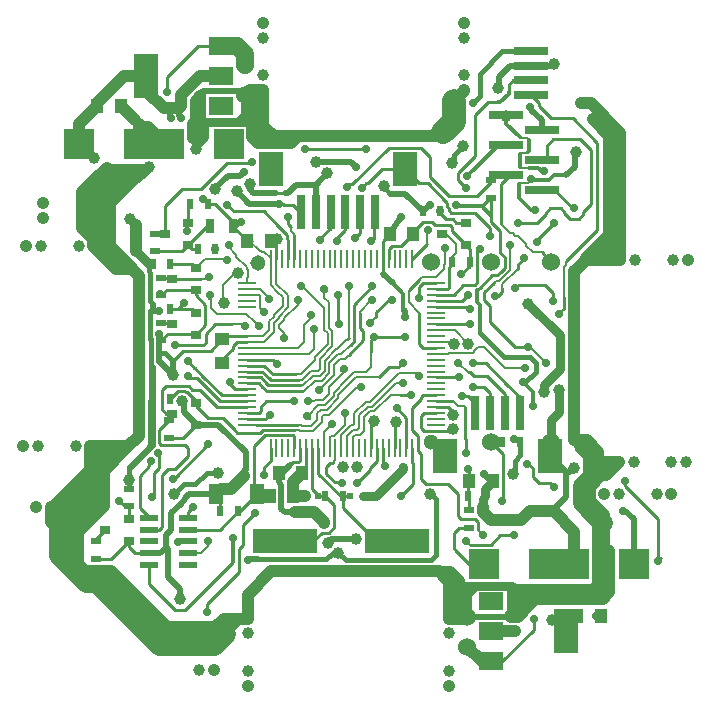
<source format=gtl>
G04 #@! TF.FileFunction,Copper,L1,Top,Signal*
%FSLAX46Y46*%
G04 Gerber Fmt 4.6, Leading zero omitted, Abs format (unit mm)*
G04 Created by KiCad (PCBNEW 4.0.7) date 02/03/18 21:52:34*
%MOMM*%
%LPD*%
G01*
G04 APERTURE LIST*
%ADD10C,0.100000*%
%ADD11R,1.500000X0.290000*%
%ADD12R,0.290000X1.500000*%
%ADD13R,2.000000X3.800000*%
%ADD14R,2.000000X1.500000*%
%ADD15R,2.550000X2.500000*%
%ADD16R,1.000000X1.250000*%
%ADD17C,1.060000*%
%ADD18C,1.006000*%
%ADD19R,0.800000X3.000000*%
%ADD20R,2.100000X3.000000*%
%ADD21C,1.300000*%
%ADD22C,1.524000*%
%ADD23R,3.000000X0.800000*%
%ADD24R,0.600000X0.500000*%
%ADD25R,1.500000X0.500000*%
%ADD26R,0.900000X0.800000*%
%ADD27R,0.500000X0.900000*%
%ADD28R,0.900000X0.500000*%
%ADD29R,0.700000X1.300000*%
%ADD30R,1.250000X1.000000*%
%ADD31R,1.300000X1.700000*%
%ADD32R,5.500000X2.000000*%
%ADD33C,1.306000*%
%ADD34C,1.000000*%
%ADD35R,3.000000X0.650000*%
%ADD36C,0.706000*%
%ADD37C,1.000000*%
%ADD38C,2.000000*%
%ADD39C,0.750000*%
%ADD40C,0.250000*%
%ADD41C,1.500000*%
%ADD42C,0.500000*%
%ADD43C,0.300000*%
%ADD44C,0.203000*%
%ADD45C,0.400000*%
G04 APERTURE END LIST*
D10*
D11*
X34610000Y-38250000D03*
X34610000Y-38750000D03*
X34610000Y-39250000D03*
X34610000Y-39750000D03*
X34610000Y-40250000D03*
X34610000Y-42750000D03*
X34610000Y-43250000D03*
X34610000Y-43750000D03*
X34610000Y-44250000D03*
X34610000Y-44750000D03*
X34610000Y-45250000D03*
X34610000Y-45750000D03*
X34610000Y-46250000D03*
X34610000Y-46750000D03*
X34610000Y-47250000D03*
X34610000Y-47750000D03*
X34610000Y-48250000D03*
X34610000Y-48750000D03*
X34610000Y-49250000D03*
X34610000Y-49750000D03*
X34610000Y-50250000D03*
D12*
X36610000Y-52250000D03*
X37110000Y-52250000D03*
X37610000Y-52250000D03*
X38110000Y-52250000D03*
X38610000Y-52250000D03*
X39110000Y-52250000D03*
X39610000Y-52250000D03*
X40110000Y-52250000D03*
X40610000Y-52250000D03*
X41110000Y-52250000D03*
X41610000Y-52250000D03*
X42110000Y-52250000D03*
X42610000Y-52250000D03*
X43110000Y-52250000D03*
X43610000Y-52250000D03*
X44110000Y-52250000D03*
X44610000Y-52250000D03*
X45110000Y-52250000D03*
X45610000Y-52250000D03*
X46110000Y-52250000D03*
X46610000Y-52250000D03*
X47110000Y-52250000D03*
X47610000Y-52250000D03*
X48110000Y-52250000D03*
X48610000Y-52250000D03*
D11*
X50610000Y-50250000D03*
X50610000Y-49750000D03*
X50610000Y-49250000D03*
X50610000Y-48750000D03*
X50610000Y-48250000D03*
X50610000Y-47750000D03*
X50610000Y-47250000D03*
X50610000Y-46750000D03*
X50610000Y-46250000D03*
X50610000Y-45750000D03*
X50610000Y-45250000D03*
X50610000Y-44750000D03*
X50610000Y-44250000D03*
X50610000Y-43750000D03*
X50610000Y-43250000D03*
X50610000Y-42750000D03*
X50610000Y-42250000D03*
X50610000Y-41750000D03*
X50610000Y-41250000D03*
X50610000Y-40750000D03*
X50610000Y-40250000D03*
X50610000Y-39750000D03*
X50610000Y-39250000D03*
X50610000Y-38750000D03*
X50610000Y-38250000D03*
D12*
X48610000Y-36250000D03*
X48110000Y-36250000D03*
X47610000Y-36250000D03*
X47110000Y-36250000D03*
X46610000Y-36250000D03*
X46110000Y-36250000D03*
X45610000Y-36250000D03*
X45110000Y-36250000D03*
X44610000Y-36250000D03*
X44110000Y-36250000D03*
X43610000Y-36250000D03*
X43110000Y-36250000D03*
X42610000Y-36250000D03*
X42110000Y-36250000D03*
X41610000Y-36250000D03*
X41110000Y-36250000D03*
X40610000Y-36250000D03*
X40110000Y-36250000D03*
X39610000Y-36250000D03*
X39110000Y-36250000D03*
X38610000Y-36250000D03*
X38110000Y-36250000D03*
X37610000Y-36250000D03*
X37110000Y-36250000D03*
X36610000Y-36250000D03*
D13*
X61660000Y-67745000D03*
D14*
X55310000Y-67745000D03*
X55310000Y-65205000D03*
X55310000Y-70285000D03*
D15*
X54690000Y-62030000D03*
X59740000Y-62030000D03*
X67360000Y-62030000D03*
X62310000Y-62030000D03*
D16*
X62565000Y-66475000D03*
X64565000Y-66475000D03*
D17*
X64882500Y-56140100D03*
D18*
X66132500Y-56140100D03*
X69297020Y-56084220D03*
D17*
X70547020Y-56084220D03*
D19*
X57700000Y-49260000D03*
X56450000Y-49260000D03*
X55200000Y-49260000D03*
D20*
X60250000Y-52860000D03*
X51400000Y-52860000D03*
D19*
X53950000Y-49260000D03*
D21*
X50240000Y-51740000D03*
D22*
X55320000Y-51740000D03*
X60400000Y-51740000D03*
X60400000Y-36500000D03*
X55320000Y-36500000D03*
X50240000Y-36500000D03*
D18*
X67486000Y-36290000D03*
D17*
X66236000Y-36290000D03*
D23*
X58672960Y-22355200D03*
X58672960Y-21105200D03*
X58672960Y-19855200D03*
X58672960Y-18605200D03*
D17*
X35990000Y-16224000D03*
D18*
X35990000Y-17474000D03*
D24*
X39520000Y-56315000D03*
X40620000Y-56315000D03*
X44430000Y-56315000D03*
X43330000Y-56315000D03*
D13*
X26100000Y-20755000D03*
D14*
X32450000Y-20755000D03*
X32450000Y-23295000D03*
X32450000Y-18215000D03*
D25*
X29655000Y-62125000D03*
X26355000Y-62125000D03*
X29655000Y-61125000D03*
X26355000Y-61125000D03*
X29655000Y-60125000D03*
X26355000Y-60125000D03*
X29655000Y-59125000D03*
X26355000Y-59125000D03*
X29655000Y-58125000D03*
X26355000Y-58125000D03*
D26*
X30275000Y-38850000D03*
X30275000Y-36950000D03*
X28275000Y-37900000D03*
X53135000Y-35040000D03*
X53135000Y-33140000D03*
X51135000Y-34090000D03*
X29640000Y-35040000D03*
X29640000Y-33140000D03*
X27640000Y-34090000D03*
X30275000Y-42660000D03*
X30275000Y-40760000D03*
X28275000Y-41710000D03*
X30275000Y-50280000D03*
X30275000Y-48380000D03*
X28275000Y-49330000D03*
X24600000Y-60100000D03*
X24600000Y-58200000D03*
X22600000Y-59150000D03*
D27*
X32335000Y-57585000D03*
X33835000Y-57585000D03*
X57750000Y-51730000D03*
X56250000Y-51730000D03*
D28*
X55310000Y-31030000D03*
X55310000Y-29530000D03*
D27*
X41225000Y-56315000D03*
X42725000Y-56315000D03*
X28120000Y-36630000D03*
X26620000Y-36630000D03*
X50980000Y-32185000D03*
X49480000Y-32185000D03*
X29795000Y-31550000D03*
X31295000Y-31550000D03*
D28*
X27370000Y-37785000D03*
X27370000Y-39285000D03*
D29*
X33400000Y-33455000D03*
X31500000Y-33455000D03*
D27*
X51959040Y-36436960D03*
X53459040Y-36436960D03*
X28120000Y-40440000D03*
X26620000Y-40440000D03*
D28*
X26800000Y-34075000D03*
X26800000Y-35575000D03*
D27*
X31930000Y-35360000D03*
X30430000Y-35360000D03*
D28*
X27370000Y-41595000D03*
X27370000Y-43095000D03*
D27*
X28120000Y-48060000D03*
X26620000Y-48060000D03*
D28*
X28050000Y-49860000D03*
X28050000Y-51360000D03*
X24630000Y-57170000D03*
X24630000Y-55670000D03*
X21810000Y-60110000D03*
X21810000Y-61610000D03*
D15*
X33070000Y-26470000D03*
X28020000Y-26470000D03*
D16*
X36530000Y-56315000D03*
X38530000Y-56315000D03*
D15*
X20400000Y-26470000D03*
X25450000Y-26470000D03*
D16*
X21925000Y-23295000D03*
X23925000Y-23295000D03*
D30*
X32475000Y-43025000D03*
X32475000Y-45025000D03*
D16*
X37300000Y-54350000D03*
X39300000Y-54350000D03*
X48690000Y-34090000D03*
X46690000Y-34090000D03*
X34625000Y-34660000D03*
X36625000Y-34660000D03*
X53450000Y-55050000D03*
X55450000Y-55050000D03*
D31*
X35470000Y-56100000D03*
X31970000Y-56100000D03*
D17*
X15670000Y-52038000D03*
D18*
X16920000Y-52038000D03*
X20115000Y-52038000D03*
D17*
X21365000Y-52038000D03*
X51738000Y-72358000D03*
D18*
X51738000Y-71108000D03*
X51738000Y-67913000D03*
D17*
X51738000Y-66663000D03*
X34720000Y-72358000D03*
D18*
X34720000Y-71108000D03*
X34720000Y-67913000D03*
D17*
X34720000Y-66663000D03*
X53008000Y-16224000D03*
D18*
X53008000Y-17474000D03*
X53008000Y-20669000D03*
D17*
X53008000Y-21919000D03*
X71931000Y-36290000D03*
D18*
X70681000Y-36290000D03*
X67359000Y-53435000D03*
X66109000Y-53435000D03*
X35990000Y-20669000D03*
D17*
X35990000Y-21919000D03*
X15924000Y-35147000D03*
D18*
X17174000Y-35147000D03*
X20369000Y-35147000D03*
D17*
X21619000Y-35147000D03*
D28*
X53405000Y-58970000D03*
X53405000Y-57470000D03*
D27*
X53290000Y-56315000D03*
X54790000Y-56315000D03*
D19*
X41700000Y-32240000D03*
X40450000Y-32240000D03*
X39200000Y-32240000D03*
X42950000Y-32240000D03*
X44200000Y-32240000D03*
D20*
X36650000Y-28640000D03*
X48000000Y-28640000D03*
D19*
X45450000Y-32240000D03*
D32*
X47360000Y-60125000D03*
X37860000Y-60125000D03*
D18*
X18024580Y-57242460D03*
D17*
X16774580Y-57242460D03*
D18*
X71804000Y-53435000D03*
X70554000Y-53435000D03*
D22*
X53262000Y-69056000D03*
X53262000Y-66516000D03*
X34453300Y-19792700D03*
X34453300Y-22332700D03*
D33*
X35570900Y-36582100D03*
D17*
X17371800Y-32734000D03*
X17371800Y-31484000D03*
X31800000Y-71000000D03*
D18*
X30550000Y-71000000D03*
X43960520Y-53800760D03*
X42710520Y-53800760D03*
X53363600Y-43376600D03*
X52113600Y-43376600D03*
D34*
X52098680Y-50641000D03*
X52098680Y-49391000D03*
D35*
X56577840Y-24042120D03*
X56577840Y-26582120D03*
X56577840Y-29122120D03*
X59577840Y-25312120D03*
X59577840Y-27852120D03*
X59577840Y-30392120D03*
D18*
X30262300Y-26942800D03*
X26287200Y-28441400D03*
X30015920Y-25967440D03*
D34*
X62865740Y-23028660D03*
X63871580Y-24400260D03*
D36*
X58606160Y-23341080D03*
D34*
X62449940Y-27145640D03*
D36*
X58667120Y-29447240D03*
D34*
X40490000Y-27970000D03*
D36*
X43884320Y-28461720D03*
D34*
X33880000Y-37370000D03*
X32632120Y-39975540D03*
X55895980Y-21751040D03*
D36*
X58989700Y-32030420D03*
D34*
X61030000Y-47310000D03*
D18*
X26275900Y-25075900D03*
D34*
X62317100Y-53930300D03*
D18*
X32383200Y-23247100D03*
D36*
X54800000Y-65300000D03*
D34*
X60642730Y-19727570D03*
D36*
X48020200Y-41105480D03*
X64200000Y-66475000D03*
X39100000Y-56300000D03*
X31320000Y-51910000D03*
X28350000Y-54820000D03*
X47680000Y-32670000D03*
X47825000Y-53800000D03*
X37350000Y-31525000D03*
D34*
X37200000Y-34550000D03*
D36*
X28800000Y-60150000D03*
X31930000Y-35360000D03*
D34*
X33740000Y-30480000D03*
D36*
X54660000Y-54440000D03*
D34*
X60480680Y-66754760D03*
D36*
X30894760Y-31123640D03*
X27180000Y-42570000D03*
D34*
X56524120Y-24112880D03*
D36*
X53719200Y-22995640D03*
D34*
X41410000Y-28970000D03*
X29114220Y-48263560D03*
X28342060Y-46051220D03*
D36*
X34070000Y-33050000D03*
D34*
X34864780Y-29846020D03*
X52929260Y-26648160D03*
X51971680Y-28080720D03*
D36*
X52740000Y-37490000D03*
D34*
X59772020Y-47499020D03*
X57275000Y-67750000D03*
D36*
X66482700Y-57537100D03*
D34*
X58423280Y-39998400D03*
D18*
X28975000Y-65000000D03*
D36*
X59800000Y-28800000D03*
D34*
X61175000Y-67750000D03*
D36*
X37300000Y-54350000D03*
D18*
X41120000Y-58530000D03*
X38660000Y-57660000D03*
D34*
X43860000Y-59960000D03*
D18*
X41440000Y-60240000D03*
D36*
X27280000Y-39220000D03*
D34*
X34375000Y-54575000D03*
D36*
X53135000Y-35040000D03*
X33425000Y-59825000D03*
X36508920Y-39611960D03*
X31317160Y-60071660D03*
X36072040Y-40747340D03*
X46305000Y-53775000D03*
X33094400Y-34992060D03*
X33150000Y-46620000D03*
X53520000Y-41710000D03*
X26450000Y-53290000D03*
X28275000Y-41710000D03*
X29600000Y-44880000D03*
X22600000Y-59150000D03*
X30050000Y-57250000D03*
X29600000Y-46120000D03*
X38570000Y-48270000D03*
X31420000Y-37710000D03*
X36075000Y-54500000D03*
X35300000Y-57750000D03*
X31250000Y-66125000D03*
X52576200Y-46221400D03*
X43122320Y-30158440D03*
X39731420Y-49498000D03*
X45360060Y-42845740D03*
D18*
X45340000Y-49940000D03*
D36*
X48025000Y-42850000D03*
X44341520Y-30178760D03*
X55190000Y-34283400D03*
X57588210Y-33191790D03*
X56909440Y-34999680D03*
X39820320Y-48255940D03*
X42818280Y-45489520D03*
X43920000Y-55160000D03*
X59907400Y-44984060D03*
X57224400Y-59581800D03*
X53135000Y-60077100D03*
X56180460Y-56668420D03*
X58391020Y-43627700D03*
X40011580Y-40930220D03*
X29530000Y-33890000D03*
X57300600Y-38695380D03*
X46907680Y-39680540D03*
X40285900Y-42118940D03*
X60498460Y-39746940D03*
X45045100Y-41644320D03*
D18*
X47225000Y-50050000D03*
D36*
X54371980Y-35334960D03*
X42700000Y-55150000D03*
X49934600Y-33788100D03*
X32962320Y-31621480D03*
X49147960Y-39540840D03*
X53188340Y-52647600D03*
X58336920Y-53605180D03*
X60577200Y-55505100D03*
X66650000Y-55000000D03*
X69403700Y-61745880D03*
X54570100Y-59569100D03*
X37150000Y-45100000D03*
X53500000Y-40475000D03*
X36607220Y-49388780D03*
X38065180Y-32670500D03*
X47630000Y-56315000D03*
X32890000Y-36340000D03*
X34700000Y-61700000D03*
X34344080Y-28822400D03*
D34*
X31880280Y-30310840D03*
X24620960Y-54923440D03*
X28430000Y-56140000D03*
X32190160Y-54324000D03*
D36*
X53282320Y-29213560D03*
D34*
X46200000Y-30000000D03*
D36*
X28217600Y-24260560D03*
X29045640Y-24265640D03*
X52317120Y-31611320D03*
X50097160Y-31646880D03*
X58834760Y-48677580D03*
D34*
X57173600Y-54453540D03*
X50150500Y-56114700D03*
D18*
X21664400Y-27666700D03*
X24737800Y-32848300D03*
D36*
X57240000Y-51500000D03*
X58010000Y-46650000D03*
D34*
X42350000Y-61070000D03*
D36*
X27160000Y-40620000D03*
X31478960Y-39231320D03*
X37710340Y-42926660D03*
X38911000Y-39670740D03*
X35655480Y-41903040D03*
X29280000Y-39920000D03*
X44240000Y-47020000D03*
X42370000Y-41680000D03*
X42300000Y-39300000D03*
X28530020Y-43485820D03*
X27084760Y-52622200D03*
X23810000Y-56680000D03*
X26560000Y-56400000D03*
X45215280Y-39713920D03*
X40682140Y-47331020D03*
X34446440Y-41882720D03*
X50976000Y-32134560D03*
X60643240Y-33135320D03*
X59177660Y-34819340D03*
X39500280Y-26907240D03*
X44671720Y-26902160D03*
X35034960Y-28014680D03*
X53360000Y-54040000D03*
X47280000Y-48810000D03*
X45140000Y-34700000D03*
X45180000Y-38500000D03*
X43750000Y-34460000D03*
X43259480Y-38535360D03*
X42250000Y-34675000D03*
X41120000Y-38730000D03*
X39162460Y-38482020D03*
X40782980Y-34590740D03*
X47837320Y-45045020D03*
X53744600Y-45002200D03*
X48507880Y-47704400D03*
X52817500Y-47859700D03*
X53731900Y-47046900D03*
X47837320Y-46683320D03*
X52525400Y-45002200D03*
X49140340Y-46096580D03*
X58113400Y-36165540D03*
X55606420Y-39360860D03*
X62263760Y-31890720D03*
X53290000Y-39280000D03*
X61027540Y-40907360D03*
X58181980Y-45421300D03*
X53160400Y-30173680D03*
X51347600Y-35288880D03*
X32307000Y-25761700D03*
X27874700Y-22040600D03*
X58890640Y-66673480D03*
X55370200Y-61639200D03*
X41810000Y-50190000D03*
X42890000Y-49220000D03*
D37*
X35583600Y-26409400D02*
X38331880Y-26409400D01*
X35062900Y-25888700D02*
X35583600Y-26409400D01*
X35062900Y-24961600D02*
X35062900Y-25888700D01*
X38331880Y-26409400D02*
X38906280Y-25835000D01*
D38*
X22515300Y-34899350D02*
X22515300Y-31260440D01*
X22515300Y-31260440D02*
X24420300Y-29355440D01*
D37*
X18024580Y-57242460D02*
X18024580Y-58469280D01*
X18024580Y-58469280D02*
X18883100Y-59327800D01*
D38*
X32688000Y-67963800D02*
X32688000Y-67989200D01*
X32688000Y-67989200D02*
X31849800Y-68827400D01*
X31849800Y-68827400D02*
X27252400Y-68827400D01*
X27252400Y-68827400D02*
X21880300Y-63455300D01*
X21880300Y-63455300D02*
X21067500Y-63455300D01*
X21067500Y-63455300D02*
X18883100Y-61270900D01*
X18883100Y-61270900D02*
X18883100Y-59327800D01*
D37*
X33792900Y-66663000D02*
X33792900Y-66770000D01*
X32688000Y-67874900D02*
X32688000Y-67963800D01*
X33792900Y-66770000D02*
X32688000Y-67874900D01*
D38*
X18883100Y-59327800D02*
X18883100Y-59073800D01*
D39*
X22737040Y-28502000D02*
X26226600Y-28502000D01*
D37*
X21619000Y-29620040D02*
X22737040Y-28502000D01*
D39*
X26226600Y-28502000D02*
X26287200Y-28441400D01*
X30262300Y-24269450D02*
X30262300Y-24555200D01*
X30262300Y-26498300D02*
X30262300Y-26942800D01*
X30833800Y-25926800D02*
X30262300Y-26498300D01*
X30833800Y-25126700D02*
X30833800Y-25926800D01*
X30262300Y-24555200D02*
X30833800Y-25126700D01*
D40*
X31252900Y-25952200D02*
X31252900Y-24631400D01*
X30262300Y-26942800D02*
X31252900Y-25952200D01*
D37*
X30262300Y-24631400D02*
X30084500Y-24809200D01*
D39*
X25647480Y-29081120D02*
X25510720Y-29081120D01*
X25647480Y-29081120D02*
X26287200Y-28441400D01*
D37*
X30015920Y-25967440D02*
X30084500Y-24809200D01*
D41*
X64835000Y-58535000D02*
X64585000Y-58535000D01*
X63815700Y-52850800D02*
X63053700Y-52088800D01*
X63815700Y-54603400D02*
X63815700Y-52850800D01*
X62952100Y-55467000D02*
X63815700Y-54603400D01*
X62952100Y-56902100D02*
X62952100Y-55467000D01*
X64585000Y-58535000D02*
X62952100Y-56902100D01*
D37*
X64835000Y-58535000D02*
X64835000Y-57908700D01*
X64624400Y-54544000D02*
X65000000Y-54544000D01*
X63625200Y-55543200D02*
X64624400Y-54544000D01*
X63625200Y-56698900D02*
X63625200Y-55543200D01*
X64835000Y-57908700D02*
X63625200Y-56698900D01*
D42*
X30668700Y-22421600D02*
X30668700Y-22256500D01*
X30897300Y-22027900D02*
X34148500Y-22027900D01*
X30668700Y-22256500D02*
X30897300Y-22027900D01*
X34148500Y-22027900D02*
X34453300Y-22332700D01*
D37*
X24847020Y-37067240D02*
X24847020Y-36970720D01*
X22515300Y-32505400D02*
X21619000Y-31609100D01*
X22515300Y-34639000D02*
X22515300Y-34899350D01*
X22515300Y-34899350D02*
X22515300Y-32505400D01*
X24847020Y-36970720D02*
X22515300Y-34639000D01*
X21619000Y-34385000D02*
X21435800Y-34385000D01*
X20661100Y-30577940D02*
X21619000Y-29620040D01*
X20661100Y-33610300D02*
X20661100Y-30577940D01*
X21435800Y-34385000D02*
X20661100Y-33610300D01*
X24420300Y-29355440D02*
X22858560Y-29355440D01*
X22858560Y-29355440D02*
X21626300Y-30587700D01*
X21626300Y-30587700D02*
X21626300Y-31044900D01*
X21626300Y-31044900D02*
X21619000Y-31044900D01*
X30262300Y-24631400D02*
X30262300Y-24269450D01*
X30262300Y-24269450D02*
X30262300Y-22828000D01*
X30262300Y-22828000D02*
X30668700Y-22421600D01*
X30668700Y-24225000D02*
X30262300Y-24631400D01*
X30668700Y-22421600D02*
X30668700Y-24225000D01*
D39*
X35081950Y-23012150D02*
X35081950Y-23716850D01*
X35081950Y-23716850D02*
X34167400Y-24631400D01*
X34453300Y-23869400D02*
X34929400Y-23869400D01*
X34929400Y-23869400D02*
X35990000Y-24930000D01*
X33843700Y-24631400D02*
X34167400Y-24631400D01*
X34167400Y-24631400D02*
X34732700Y-24631400D01*
X34732700Y-24631400D02*
X35062900Y-24961600D01*
X35062900Y-24961600D02*
X35936300Y-25835000D01*
X35936300Y-25835000D02*
X36895000Y-25835000D01*
X30262300Y-24631400D02*
X31252900Y-24631400D01*
X31252900Y-24631400D02*
X33843700Y-24631400D01*
X33843700Y-24631400D02*
X33856400Y-24631400D01*
X34453300Y-24034500D02*
X34453300Y-23869400D01*
X34453300Y-23869400D02*
X34453300Y-22332700D01*
X33856400Y-24631400D02*
X34453300Y-24034500D01*
D42*
X34453300Y-22332700D02*
X35177200Y-22332700D01*
X35177200Y-22332700D02*
X35990000Y-23145500D01*
X34135800Y-22015200D02*
X34453300Y-22332700D01*
D37*
X34453300Y-22332700D02*
X34453300Y-22383500D01*
X34453300Y-22383500D02*
X35081950Y-23012150D01*
X35081950Y-23012150D02*
X35990000Y-23920200D01*
X35990000Y-21919000D02*
X34867000Y-21919000D01*
X34867000Y-21919000D02*
X34453300Y-22332700D01*
D39*
X52665100Y-63874400D02*
X52665100Y-64077600D01*
X52665100Y-64077600D02*
X53262000Y-64674500D01*
X53262000Y-66516000D02*
X53262000Y-64674500D01*
X53262000Y-64674500D02*
X53262000Y-64572900D01*
X53262000Y-64572900D02*
X53960500Y-63874400D01*
X52665100Y-63874400D02*
X52665100Y-63417200D01*
X51738000Y-63289800D02*
X51738000Y-63874400D01*
X50989100Y-62540900D02*
X51738000Y-63289800D01*
X51788800Y-62540900D02*
X50989100Y-62540900D01*
X52665100Y-63417200D02*
X51788800Y-62540900D01*
X53262000Y-66516000D02*
X53262000Y-65398400D01*
X53262000Y-65398400D02*
X51738000Y-63874400D01*
X51966600Y-65042800D02*
X51966600Y-65514600D01*
X51966600Y-65514600D02*
X52968000Y-66516000D01*
X52968000Y-66516000D02*
X53262000Y-66516000D01*
X61250300Y-64980000D02*
X60894000Y-64980000D01*
X60767700Y-65106300D02*
X58943700Y-65106300D01*
X60894000Y-64980000D02*
X60767700Y-65106300D01*
X56970400Y-66516000D02*
X56970400Y-64115700D01*
X56970400Y-64115700D02*
X56729100Y-63874400D01*
X56729100Y-63874400D02*
X57021200Y-63874400D01*
X57534000Y-64387200D02*
X57534000Y-66516000D01*
X57021200Y-63874400D02*
X57534000Y-64387200D01*
X57534000Y-66516000D02*
X58164200Y-65885800D01*
X58164200Y-65885800D02*
X58164200Y-64484000D01*
X58164200Y-64484000D02*
X58227700Y-64420500D01*
X58227700Y-64420500D02*
X59629500Y-64420500D01*
X59629500Y-64420500D02*
X59629500Y-64350000D01*
X51738000Y-63874400D02*
X52665100Y-63874400D01*
X52665100Y-63874400D02*
X53960500Y-63874400D01*
X53960500Y-63874400D02*
X56729100Y-63874400D01*
X63860500Y-64039500D02*
X64350000Y-63550000D01*
X56729100Y-63874400D02*
X56894200Y-64039500D01*
X56894200Y-64039500D02*
X63860500Y-64039500D01*
D37*
X53262000Y-66516000D02*
X53262000Y-66338200D01*
X53262000Y-66338200D02*
X51966600Y-65042800D01*
X51966600Y-65042800D02*
X51738000Y-64814200D01*
D42*
X53262000Y-66516000D02*
X56970400Y-66516000D01*
D37*
X57534000Y-66516000D02*
X56970400Y-66516000D01*
X57534000Y-66516000D02*
X58530000Y-65520000D01*
X58530000Y-65520000D02*
X58943700Y-65106300D01*
X64350000Y-64350000D02*
X59629500Y-64350000D01*
X59629500Y-64350000D02*
X59700000Y-64350000D01*
X58943700Y-65106300D02*
X59700000Y-64350000D01*
X56970400Y-66516000D02*
X56919600Y-66465200D01*
X51738000Y-66663000D02*
X53115000Y-66663000D01*
D42*
X53115000Y-66663000D02*
X53262000Y-66516000D01*
D37*
X64350000Y-53459500D02*
X64374500Y-53435000D01*
X64374500Y-53435000D02*
X64374500Y-52556160D01*
X64374500Y-52556160D02*
X63368340Y-51550000D01*
X63368340Y-51550000D02*
X62295000Y-51550000D01*
X62295000Y-51235000D02*
X62295000Y-51550000D01*
X62295000Y-51235000D02*
X62295000Y-37376360D01*
D40*
X35990000Y-21919000D02*
X35543280Y-21919000D01*
D37*
X22494980Y-56287420D02*
X22007300Y-56287420D01*
X19609540Y-58685180D02*
X19609540Y-58278780D01*
X22007300Y-56287420D02*
X19609540Y-58685180D01*
X19203140Y-58278780D02*
X19609540Y-58278780D01*
X19609540Y-58278780D02*
X19426660Y-58278780D01*
X19426660Y-58278780D02*
X22494980Y-55210460D01*
X21926020Y-52038000D02*
X21926020Y-54661820D01*
X21926020Y-54661820D02*
X18756100Y-57831740D01*
X24140900Y-52038000D02*
X23432240Y-52038000D01*
X23432240Y-52038000D02*
X21365000Y-54105240D01*
X21365000Y-52038000D02*
X21926020Y-52038000D01*
X21926020Y-52038000D02*
X24140900Y-52038000D01*
X24140900Y-52038000D02*
X24321240Y-52038000D01*
X24321240Y-52038000D02*
X24460940Y-52177700D01*
X18024580Y-57242460D02*
X18227780Y-57242460D01*
X18227780Y-57242460D02*
X21365000Y-54105240D01*
X21365000Y-54105240D02*
X21365000Y-52038000D01*
X18024580Y-57242460D02*
X18166820Y-57242460D01*
X18166820Y-57242460D02*
X18756100Y-57831740D01*
X18756100Y-57831740D02*
X19203140Y-58278780D01*
X19203140Y-58278780D02*
X20300420Y-59376060D01*
X64374500Y-53435000D02*
X64374500Y-53918500D01*
X64374500Y-53918500D02*
X65000000Y-54544000D01*
X65000000Y-54544000D02*
X66109000Y-53435000D01*
X66109000Y-53435000D02*
X64374500Y-53435000D01*
X66236000Y-26764680D02*
X66236000Y-25560720D01*
X63703940Y-23028660D02*
X62865740Y-23028660D01*
X66236000Y-25560720D02*
X63703940Y-23028660D01*
X65253340Y-25782020D02*
X65253340Y-34458660D01*
X65248260Y-34463740D02*
X65248260Y-35134300D01*
X65253340Y-34458660D02*
X65248260Y-34463740D01*
X65045060Y-36290000D02*
X65045060Y-36028380D01*
X66236000Y-34837440D02*
X66236000Y-34146560D01*
X65045060Y-36028380D02*
X66236000Y-34837440D01*
X64435460Y-36290000D02*
X64435460Y-35947100D01*
X64435460Y-35947100D02*
X65248260Y-35134300D01*
X65248260Y-35134300D02*
X66236000Y-34146560D01*
X66236000Y-34146560D02*
X66236000Y-34146560D01*
X63339450Y-36293810D02*
X63339450Y-36169350D01*
X63339450Y-36169350D02*
X66236000Y-33272800D01*
X62295000Y-37376360D02*
X62295000Y-37338260D01*
X62295000Y-37338260D02*
X63339450Y-36293810D01*
X63339450Y-36293810D02*
X63343260Y-36290000D01*
X66236000Y-36290000D02*
X65045060Y-36290000D01*
X65045060Y-36290000D02*
X64435460Y-36290000D01*
X64435460Y-36290000D02*
X63343260Y-36290000D01*
X63343260Y-36290000D02*
X63332422Y-36290000D01*
X63871580Y-24400260D02*
X65253340Y-25782020D01*
X65253340Y-25782020D02*
X66236000Y-26764680D01*
X66236000Y-26764680D02*
X66236000Y-33272800D01*
X66236000Y-33272800D02*
X66236000Y-34146560D01*
X66236000Y-34146560D02*
X66236000Y-36290000D01*
D38*
X52121540Y-22845780D02*
X52121540Y-24583140D01*
D37*
X53008000Y-21959320D02*
X52121540Y-22845780D01*
D38*
X52121540Y-24583140D02*
X51205360Y-25499320D01*
D37*
X51205360Y-25835000D02*
X51205360Y-25499320D01*
X38906280Y-25835000D02*
X50478920Y-25835000D01*
X50824360Y-25835000D02*
X50478920Y-25835000D01*
X50824360Y-25835000D02*
X51205360Y-25835000D01*
X39050000Y-25835000D02*
X38906280Y-25835000D01*
X51205360Y-25499320D02*
X51572900Y-25131780D01*
X53008000Y-21919000D02*
X53008000Y-21959320D01*
X35990000Y-21919000D02*
X35990000Y-23145500D01*
X35990000Y-23145500D02*
X35990000Y-23920200D01*
X35990000Y-23920200D02*
X35990000Y-24930000D01*
X35990000Y-24930000D02*
X36260000Y-25200000D01*
X36260000Y-25200000D02*
X36895000Y-25835000D01*
X21619000Y-35147000D02*
X21619000Y-34385000D01*
X21619000Y-34385000D02*
X21619000Y-31609100D01*
X21619000Y-31609100D02*
X21619000Y-31044900D01*
X21619000Y-31044900D02*
X21619000Y-29620040D01*
X22494980Y-54153820D02*
X22494980Y-54143660D01*
X22494980Y-55210460D02*
X22494980Y-54153820D01*
X22494980Y-54143660D02*
X24460940Y-52177700D01*
X22494980Y-57151020D02*
X22494980Y-56287420D01*
X22494980Y-56287420D02*
X22494980Y-55210460D01*
X20300420Y-59376060D02*
X20300420Y-59345580D01*
X20300420Y-59345580D02*
X22494980Y-57151020D01*
X32683240Y-66663000D02*
X31943780Y-67402460D01*
X31943780Y-67402460D02*
X27879780Y-67402460D01*
X27879780Y-67402460D02*
X23145220Y-62667900D01*
X23145220Y-62667900D02*
X20828740Y-62667900D01*
X20828740Y-62667900D02*
X20300420Y-62139580D01*
X20300420Y-62139580D02*
X20300420Y-59376060D01*
X34720000Y-66663000D02*
X33792900Y-66663000D01*
X33792900Y-66663000D02*
X32683240Y-66663000D01*
X23539240Y-37067240D02*
X21619000Y-35147000D01*
X24460940Y-52177700D02*
X25466780Y-51171860D01*
X25466780Y-51171860D02*
X25466780Y-37687000D01*
X25466780Y-37687000D02*
X24847020Y-37067240D01*
X24847020Y-37067240D02*
X23539240Y-37067240D01*
X36895000Y-62665000D02*
X36686320Y-62665000D01*
X51738000Y-63538000D02*
X51500000Y-63300000D01*
X51738000Y-63874400D02*
X51738000Y-63538000D01*
X36686320Y-62665000D02*
X34720000Y-64631320D01*
X34720000Y-64631320D02*
X34720000Y-66663000D01*
X51500000Y-63300000D02*
X50865000Y-62665000D01*
X36895000Y-62665000D02*
X50865000Y-62665000D01*
X51738000Y-66663000D02*
X51738000Y-64814200D01*
X51738000Y-64814200D02*
X51738000Y-63874400D01*
X25236400Y-29355440D02*
X24420300Y-29355440D01*
X25236400Y-29355440D02*
X25510720Y-29081120D01*
X24420300Y-29355440D02*
X24342320Y-29355440D01*
X25510720Y-29081120D02*
X23234880Y-29081120D01*
X39050000Y-25835000D02*
X38765000Y-25835000D01*
X62295000Y-37376360D02*
X62295000Y-37376360D01*
X64350000Y-64350000D02*
X64350000Y-63550000D01*
X64350000Y-63550000D02*
X64350000Y-59020000D01*
X64350000Y-59020000D02*
X64835000Y-58535000D01*
X59980000Y-64980000D02*
X61250300Y-64980000D01*
X61250300Y-64980000D02*
X64720000Y-64980000D01*
X65250000Y-60980000D02*
X64835000Y-60565000D01*
X65250000Y-64450000D02*
X65250000Y-60980000D01*
X64720000Y-64980000D02*
X65250000Y-64450000D01*
X64350000Y-64350000D02*
X64420000Y-64350000D01*
X64835000Y-60565000D02*
X64835000Y-58535000D01*
X64420000Y-64350000D02*
X64835000Y-63935000D01*
X64835000Y-63935000D02*
X64835000Y-60565000D01*
X64200000Y-64570000D02*
X64420000Y-64350000D01*
X60390000Y-64570000D02*
X64200000Y-64570000D01*
X62295000Y-37265000D02*
X62295000Y-37376360D01*
X36895000Y-25835000D02*
X39050000Y-25835000D01*
X59980000Y-64980000D02*
X60390000Y-64570000D01*
D43*
X57671440Y-29909520D02*
X57671440Y-31011880D01*
D44*
X58667120Y-29508200D02*
X58418200Y-29757120D01*
X58418200Y-29757120D02*
X57823840Y-29757120D01*
X57823840Y-29757120D02*
X57671440Y-29909520D01*
X58667120Y-29447240D02*
X58667120Y-29508200D01*
D43*
X58689980Y-32030420D02*
X58989700Y-32030420D01*
X57671440Y-31011880D02*
X58689980Y-32030420D01*
X61649840Y-29124300D02*
X60615660Y-29124300D01*
D42*
X58606160Y-23341080D02*
X58687440Y-23422360D01*
X58687440Y-23422360D02*
X58687440Y-23600160D01*
X58687440Y-23600160D02*
X59577840Y-24490560D01*
X59577840Y-25312120D02*
X59577840Y-24490560D01*
D44*
X62391520Y-27204060D02*
X62449940Y-27145640D01*
X62391520Y-27259940D02*
X62391520Y-27204060D01*
D42*
X62391520Y-28392780D02*
X62391520Y-27259940D01*
X61660000Y-29124300D02*
X62391520Y-28392780D01*
X61649840Y-29124300D02*
X61660000Y-29124300D01*
D43*
X58783960Y-29564080D02*
X58667120Y-29447240D01*
X60175880Y-29564080D02*
X58783960Y-29564080D01*
X60615660Y-29124300D02*
X60175880Y-29564080D01*
D42*
X41930000Y-27970000D02*
X40490000Y-27970000D01*
X43392600Y-27970000D02*
X41930000Y-27970000D01*
X43884320Y-28461720D02*
X43392600Y-27970000D01*
D44*
X59120000Y-32083400D02*
X59120000Y-31928460D01*
X32600000Y-38520000D02*
X32600000Y-39943420D01*
X32600000Y-38410000D02*
X33640000Y-37370000D01*
X33640000Y-37370000D02*
X33880000Y-37370000D01*
X32600000Y-38520000D02*
X32600000Y-38410000D01*
X32600000Y-39943420D02*
X32632120Y-39975540D01*
D42*
X56862180Y-19855200D02*
X55916300Y-20801080D01*
X55916300Y-20801080D02*
X55916300Y-21702780D01*
X56941320Y-19855200D02*
X58672960Y-19855200D01*
X56941320Y-19855200D02*
X56862180Y-19855200D01*
X55916300Y-21730720D02*
X55916300Y-21702780D01*
X55895980Y-21751040D02*
X55916300Y-21730720D01*
X58989700Y-32030420D02*
X59042680Y-32083400D01*
D44*
X61030000Y-47323760D02*
X61030000Y-47310000D01*
D37*
X54600000Y-57200000D02*
X54600000Y-57617800D01*
D39*
X54600000Y-57200000D02*
X54600000Y-57000000D01*
X54600000Y-56505000D02*
X54600000Y-57000000D01*
D37*
X58545200Y-57575200D02*
X60577200Y-57575200D01*
X57783200Y-58337200D02*
X58545200Y-57575200D01*
X55319400Y-58337200D02*
X57783200Y-58337200D01*
X54600000Y-57617800D02*
X55319400Y-58337200D01*
X26275900Y-25075900D02*
X25450000Y-25075900D01*
X25450000Y-25075900D02*
X25450000Y-24820000D01*
X26275900Y-25075900D02*
X27670000Y-26470000D01*
X27670000Y-26470000D02*
X28020000Y-26470000D01*
D42*
X61631300Y-54241300D02*
X62006100Y-54241300D01*
X62006100Y-54241300D02*
X62317100Y-53930300D01*
X60577200Y-57575200D02*
X60577200Y-57397400D01*
X60577200Y-57397400D02*
X61631300Y-56343300D01*
X61631300Y-56343300D02*
X61631300Y-54241300D01*
X61631300Y-54241300D02*
X60250000Y-52860000D01*
D37*
X62310000Y-59308000D02*
X60577200Y-57575200D01*
X62310000Y-62030000D02*
X62310000Y-59308000D01*
X32383200Y-23247100D02*
X32431100Y-23295000D01*
X32431100Y-23295000D02*
X32450000Y-23295000D01*
D40*
X60250000Y-52860000D02*
X61012800Y-52860000D01*
D44*
X60515100Y-19855200D02*
X60642730Y-19727570D01*
D42*
X58672960Y-19855200D02*
X60515100Y-19855200D01*
D40*
X25450000Y-26470000D02*
X25450000Y-24820000D01*
X25450000Y-24820000D02*
X25103940Y-24473940D01*
D37*
X25103940Y-24473940D02*
X23925000Y-23295000D01*
D40*
X59985000Y-25200000D02*
X59775320Y-25200000D01*
X47888120Y-40556840D02*
X47888120Y-40536520D01*
D42*
X48020200Y-40688920D02*
X47888120Y-40556840D01*
D40*
X46110000Y-36250000D02*
X46110000Y-37450000D01*
D42*
X46940000Y-38280000D02*
X46110000Y-37450000D01*
X48020200Y-40688920D02*
X48020200Y-41105480D01*
D43*
X47804300Y-39144300D02*
X46940000Y-38280000D01*
X47804300Y-40452700D02*
X47804300Y-39144300D01*
D40*
X47888120Y-40536520D02*
X47804300Y-40452700D01*
X48020200Y-41105480D02*
X48004960Y-41090240D01*
D44*
X37110000Y-36250000D02*
X37110000Y-38318066D01*
X36056174Y-43250000D02*
X34610000Y-43250000D01*
X36884442Y-42421732D02*
X36056174Y-43250000D01*
X36884442Y-41674972D02*
X36884442Y-42421732D01*
X37321720Y-41237694D02*
X36884442Y-41674972D01*
X37321720Y-41100534D02*
X37321720Y-41237694D01*
X38098562Y-40323692D02*
X37321720Y-41100534D01*
X38098562Y-39306628D02*
X38098562Y-40323692D01*
X37110000Y-38318066D02*
X38098562Y-39306628D01*
D37*
X54800000Y-65300000D02*
X54895000Y-65205000D01*
X54895000Y-65205000D02*
X55310000Y-65205000D01*
D40*
X37110000Y-36250000D02*
X37110000Y-34640000D01*
X37110000Y-34640000D02*
X37200000Y-34550000D01*
X37090000Y-34660000D02*
X37200000Y-34550000D01*
X37090000Y-34660000D02*
X36625000Y-34660000D01*
D37*
X39085000Y-56315000D02*
X38530000Y-56315000D01*
X39520000Y-56315000D02*
X38530000Y-56315000D01*
X38530000Y-56315000D02*
X38530000Y-55120000D01*
X38530000Y-55120000D02*
X39300000Y-54350000D01*
D40*
X39610000Y-52250000D02*
X39610000Y-54040000D01*
X39610000Y-54040000D02*
X39300000Y-54350000D01*
D37*
X39100000Y-56300000D02*
X39085000Y-56315000D01*
D40*
X31320000Y-51910000D02*
X28410000Y-54820000D01*
X28410000Y-54820000D02*
X28350000Y-54820000D01*
X46690000Y-34090000D02*
X46690000Y-34010000D01*
D42*
X46690000Y-34010000D02*
X47680000Y-32670000D01*
D40*
X46110000Y-36250000D02*
X46110000Y-34670000D01*
X46110000Y-34670000D02*
X46690000Y-34090000D01*
X64200000Y-66475000D02*
X64565000Y-66475000D01*
X32450000Y-44800000D02*
X33450000Y-43800000D01*
X33450000Y-43800000D02*
X33450000Y-43550000D01*
X33450000Y-43550000D02*
X33750000Y-43250000D01*
X33750000Y-43250000D02*
X34610000Y-43250000D01*
D39*
X44430000Y-56315000D02*
X45535000Y-56315000D01*
X54790000Y-56315000D02*
X54790000Y-55710000D01*
X54600000Y-56505000D02*
X54790000Y-56315000D01*
X47825000Y-54025000D02*
X47825000Y-53800000D01*
X45535000Y-56315000D02*
X47825000Y-54025000D01*
D42*
X37350000Y-31525000D02*
X34785000Y-31525000D01*
X34785000Y-31525000D02*
X33740000Y-30480000D01*
D40*
X39200000Y-32240000D02*
X39090000Y-32240000D01*
X39090000Y-32240000D02*
X38475000Y-31625000D01*
X38475000Y-31625000D02*
X37775000Y-31625000D01*
X37775000Y-31625000D02*
X37675000Y-31525000D01*
X37675000Y-31525000D02*
X37350000Y-31525000D01*
D39*
X60400000Y-49840000D02*
X60400000Y-51740000D01*
X61030000Y-49210000D02*
X60400000Y-49840000D01*
X61030000Y-47323760D02*
X61030000Y-49210000D01*
X61040000Y-47300000D02*
X61030000Y-47310000D01*
X60400000Y-51740000D02*
X60250000Y-52860000D01*
D40*
X62310000Y-62030000D02*
X61930000Y-62030000D01*
X61930000Y-62030000D02*
X61025000Y-61125000D01*
X61025000Y-63175000D02*
X59880000Y-62030000D01*
X61025000Y-61125000D02*
X61025000Y-63175000D01*
X59880000Y-62030000D02*
X59740000Y-62030000D01*
X62310000Y-62030000D02*
X62155000Y-62030000D01*
X62155000Y-62030000D02*
X61025000Y-60900000D01*
X62310000Y-62030000D02*
X61660000Y-62030000D01*
X61660000Y-62030000D02*
X61025000Y-62665000D01*
X59740000Y-62030000D02*
X60390000Y-62030000D01*
X60390000Y-62030000D02*
X61025000Y-62665000D01*
X62310000Y-62030000D02*
X59740000Y-62030000D01*
X28825000Y-60125000D02*
X28800000Y-60150000D01*
X28825000Y-60125000D02*
X29655000Y-60125000D01*
D37*
X28100000Y-26900000D02*
X28020000Y-26820000D01*
X28020000Y-26820000D02*
X28020000Y-26470000D01*
X25450000Y-26470000D02*
X25970000Y-26470000D01*
X25970000Y-26470000D02*
X26725000Y-27225000D01*
X26725000Y-27225000D02*
X25450000Y-26470000D01*
X25450000Y-26470000D02*
X25980000Y-26470000D01*
X25980000Y-26470000D02*
X26725000Y-25725000D01*
X26725000Y-25725000D02*
X25450000Y-26470000D01*
X25450000Y-26470000D02*
X28020000Y-26470000D01*
D40*
X28020000Y-26720000D02*
X28020000Y-26470000D01*
D42*
X55450000Y-55050000D02*
X55270000Y-55050000D01*
X55270000Y-55050000D02*
X54660000Y-54440000D01*
D39*
X54790000Y-55710000D02*
X55450000Y-55050000D01*
D40*
X55450000Y-54810000D02*
X55450000Y-55050000D01*
X32450000Y-45250000D02*
X32450000Y-44800000D01*
D44*
X59985000Y-25200000D02*
X59587360Y-25200000D01*
D40*
X38610000Y-52250000D02*
X38610000Y-51227002D01*
X35225000Y-52125000D02*
X35225000Y-55450000D01*
X35225000Y-52125000D02*
X35225000Y-52055000D01*
X36142998Y-51137002D02*
X35225000Y-52055000D01*
X38520000Y-51137002D02*
X36142998Y-51137002D01*
X38610000Y-51227002D02*
X38520000Y-51137002D01*
X29655000Y-59125000D02*
X32295000Y-59125000D01*
X32295000Y-59125000D02*
X33835000Y-57585000D01*
X33835000Y-57585000D02*
X33985000Y-57585000D01*
X33985000Y-57585000D02*
X35470000Y-56100000D01*
X35470000Y-56100000D02*
X35470000Y-55695000D01*
X35470000Y-55695000D02*
X35225000Y-55450000D01*
X35685000Y-56315000D02*
X35470000Y-56100000D01*
X36530000Y-56315000D02*
X35685000Y-56315000D01*
X40110000Y-53400642D02*
X40110000Y-53430000D01*
X40110000Y-52250000D02*
X40110000Y-53392156D01*
X40110000Y-53392156D02*
X40110000Y-53400642D01*
X40160000Y-55710000D02*
X40620000Y-56170000D01*
X40160000Y-53480000D02*
X40160000Y-55710000D01*
X40110000Y-53430000D02*
X40160000Y-53480000D01*
X40620000Y-56170000D02*
X40620000Y-56315000D01*
X40620000Y-56315000D02*
X41225000Y-56315000D01*
X37860000Y-60125000D02*
X40205000Y-60125000D01*
X40205000Y-60125000D02*
X40940000Y-59390000D01*
X41970000Y-57060000D02*
X41225000Y-56315000D01*
X41970000Y-58950000D02*
X41970000Y-57060000D01*
X41530000Y-59390000D02*
X41970000Y-58950000D01*
X40940000Y-59390000D02*
X41530000Y-59390000D01*
X37860000Y-60125000D02*
X39450000Y-60125000D01*
X40610000Y-53260000D02*
X40610000Y-53280000D01*
X40610000Y-52250000D02*
X40610000Y-53260000D01*
X40630000Y-54400000D02*
X42545000Y-56315000D01*
X40630000Y-53300000D02*
X40630000Y-54400000D01*
X40610000Y-53280000D02*
X40630000Y-53300000D01*
X42545000Y-56315000D02*
X42725000Y-56315000D01*
X42725000Y-56315000D02*
X42725000Y-57325000D01*
X42725000Y-57325000D02*
X45525000Y-60125000D01*
X45525000Y-60125000D02*
X47360000Y-60125000D01*
X42725000Y-56315000D02*
X43330000Y-56315000D01*
D42*
X29400000Y-56450000D02*
X29400000Y-56550000D01*
X29750000Y-56100000D02*
X29400000Y-56450000D01*
X31970000Y-56100000D02*
X29925000Y-56100000D01*
X29925000Y-56100000D02*
X29750000Y-56100000D01*
X29400000Y-56550000D02*
X29000000Y-56950000D01*
D40*
X60480680Y-66754760D02*
X61470920Y-67745000D01*
X61470920Y-67745000D02*
X61660000Y-67745000D01*
D44*
X58535040Y-28537920D02*
X58453760Y-28537920D01*
X58402960Y-28487120D02*
X57783200Y-28487120D01*
X57722240Y-28426160D02*
X57783200Y-28487120D01*
D43*
X59554040Y-28800000D02*
X59291960Y-28537920D01*
X59291960Y-28537920D02*
X58535040Y-28537920D01*
X59554040Y-28800000D02*
X59800000Y-28800000D01*
D44*
X58453760Y-28537920D02*
X58402960Y-28487120D01*
D43*
X30894760Y-31123640D02*
X31295000Y-31523880D01*
X31295000Y-31523880D02*
X31295000Y-31550000D01*
D40*
X27370000Y-42760000D02*
X27370000Y-43095000D01*
X27370000Y-42760000D02*
X27180000Y-42570000D01*
D43*
X57722240Y-27313640D02*
X57722240Y-28426160D01*
D44*
X58423280Y-27171400D02*
X58372480Y-27171400D01*
D43*
X58494400Y-27100280D02*
X58423280Y-27171400D01*
D40*
X58494400Y-26104600D02*
X58413120Y-26023320D01*
D44*
X57762880Y-25881080D02*
X57828920Y-25947120D01*
X57828920Y-25947120D02*
X58336920Y-25947120D01*
X58336920Y-25947120D02*
X58413120Y-26023320D01*
D43*
X56577840Y-24042120D02*
X56577840Y-24751920D01*
X56577840Y-24751920D02*
X57707000Y-25881080D01*
D44*
X57707000Y-25881080D02*
X57762880Y-25881080D01*
D43*
X58494400Y-26104600D02*
X58494400Y-27100280D01*
D44*
X57818760Y-27217120D02*
X57722240Y-27313640D01*
X58326760Y-27217120D02*
X57818760Y-27217120D01*
X58372480Y-27171400D02*
X58326760Y-27217120D01*
D43*
X57722240Y-28426160D02*
X57737480Y-28441400D01*
D45*
X54314320Y-20531480D02*
X54314320Y-22400520D01*
X54314320Y-20531480D02*
X56240600Y-18605200D01*
X56240600Y-18605200D02*
X58672960Y-18605200D01*
X54314320Y-22400520D02*
X53719200Y-22995640D01*
D42*
X40450000Y-29930000D02*
X41410000Y-28970000D01*
X40450000Y-29930000D02*
X40450000Y-29950000D01*
D40*
X31295000Y-31530000D02*
X31300000Y-31525000D01*
X48690000Y-34090000D02*
X48690000Y-33953200D01*
X48690000Y-33953200D02*
X49543440Y-33099760D01*
X51971680Y-33856680D02*
X53135000Y-35020000D01*
X51971680Y-33480760D02*
X51971680Y-33856680D01*
X51844680Y-33353760D02*
X51971680Y-33480760D01*
X50549280Y-33353760D02*
X51844680Y-33353760D01*
X50295280Y-33099760D02*
X50549280Y-33353760D01*
X49543440Y-33099760D02*
X50295280Y-33099760D01*
X53135000Y-35020000D02*
X53135000Y-35040000D01*
D42*
X29250000Y-49200000D02*
X29250000Y-48399340D01*
X30275000Y-50225000D02*
X29250000Y-49200000D01*
X29250000Y-48399340D02*
X29114220Y-48263560D01*
D40*
X27805000Y-42660000D02*
X27805000Y-42658900D01*
X27805000Y-42658900D02*
X27864540Y-42599360D01*
X27864540Y-42599360D02*
X30214360Y-42599360D01*
X27370000Y-43095000D02*
X27805000Y-42660000D01*
X30214360Y-42599360D02*
X30275000Y-42660000D01*
D42*
X28342060Y-46051220D02*
X28342060Y-44857940D01*
X28342060Y-44857940D02*
X28350000Y-44850000D01*
X27190000Y-44940000D02*
X27230840Y-44940000D01*
X27230840Y-44940000D02*
X28342060Y-46051220D01*
D40*
X33665000Y-33455000D02*
X34070000Y-33050000D01*
D42*
X34770000Y-29751240D02*
X34770000Y-29695360D01*
X34864780Y-29846020D02*
X34770000Y-29751240D01*
X34770000Y-29695360D02*
X34770000Y-30070000D01*
X38750000Y-29950000D02*
X40450000Y-29950000D01*
X35300000Y-30600000D02*
X37100000Y-30600000D01*
D40*
X37850000Y-30600000D02*
X37100000Y-30600000D01*
D42*
X38100000Y-30600000D02*
X38750000Y-29950000D01*
X37850000Y-30600000D02*
X38100000Y-30600000D01*
X35159020Y-30600000D02*
X35300000Y-30600000D01*
X34770000Y-30210980D02*
X35159020Y-30600000D01*
X34770000Y-30070000D02*
X34770000Y-30210980D01*
X34770000Y-29695360D02*
X34763180Y-29688540D01*
D45*
X52124840Y-27503780D02*
X52124840Y-27927560D01*
X52124840Y-27452580D02*
X52929260Y-26648160D01*
D43*
X52124840Y-27503780D02*
X52124840Y-27452580D01*
X52124840Y-27927560D02*
X51971680Y-28080720D01*
D40*
X53460000Y-36770000D02*
X52740000Y-37490000D01*
D44*
X59772020Y-47499020D02*
X59772020Y-47450760D01*
X59772020Y-47499020D02*
X59705980Y-47565060D01*
D40*
X57270000Y-67745000D02*
X57275000Y-67750000D01*
D37*
X57270000Y-67745000D02*
X55310000Y-67745000D01*
D42*
X67360000Y-58358520D02*
X67360000Y-58236600D01*
X67360000Y-62030000D02*
X67360000Y-58358520D01*
X66660500Y-57537100D02*
X66482700Y-57537100D01*
X67360000Y-58236600D02*
X66660500Y-57537100D01*
D39*
X58423280Y-39998400D02*
X61082660Y-42657780D01*
X61082660Y-42657780D02*
X61082660Y-45548300D01*
X61082660Y-45548300D02*
X59772020Y-46858940D01*
D44*
X34625000Y-34660000D02*
X34829900Y-34660000D01*
X34829900Y-34660000D02*
X35723300Y-35553400D01*
X36078900Y-35604200D02*
X36610000Y-36135300D01*
X35888400Y-35604200D02*
X36078900Y-35604200D01*
X35837600Y-35553400D02*
X35888400Y-35604200D01*
X35723300Y-35553400D02*
X35837600Y-35553400D01*
X36610000Y-36135300D02*
X36610000Y-36250000D01*
D42*
X28975000Y-65000000D02*
X28975000Y-64187300D01*
X28975000Y-64187300D02*
X27912800Y-63125100D01*
X27912800Y-63125100D02*
X27912800Y-60812800D01*
X27912800Y-60812800D02*
X27750000Y-60650000D01*
D40*
X53460000Y-36290000D02*
X53460000Y-36770000D01*
D44*
X37194720Y-38976960D02*
X37179480Y-38976960D01*
X34610000Y-42750000D02*
X35982000Y-42750000D01*
X37692560Y-39474800D02*
X37194720Y-38976960D01*
X37692560Y-40155520D02*
X37692560Y-39474800D01*
X36884840Y-40963240D02*
X37692560Y-40155520D01*
X36884840Y-41100400D02*
X36884840Y-40963240D01*
X36478440Y-41506800D02*
X36884840Y-41100400D01*
X36478440Y-42253560D02*
X36478440Y-41506800D01*
X35982000Y-42750000D02*
X36478440Y-42253560D01*
X36610000Y-38407480D02*
X36610000Y-36250000D01*
X37179480Y-38976960D02*
X36610000Y-38407480D01*
D40*
X33665000Y-33455000D02*
X33400000Y-33455000D01*
X33400000Y-33455000D02*
X33400000Y-33050000D01*
X33400000Y-33050000D02*
X31900000Y-31550000D01*
X31900000Y-31550000D02*
X31295000Y-31550000D01*
X31295000Y-31530000D02*
X31295000Y-31550000D01*
X33400000Y-33455000D02*
X33200000Y-33455000D01*
X34625000Y-34660000D02*
X35020000Y-34660000D01*
X34625000Y-34660000D02*
X34605000Y-34660000D01*
X34605000Y-34660000D02*
X33400000Y-33455000D01*
D37*
X55310000Y-67745000D02*
X55805000Y-67745000D01*
D40*
X61660000Y-67745000D02*
X61660000Y-67380000D01*
X61660000Y-67380000D02*
X62565000Y-66475000D01*
X62565000Y-66475000D02*
X61660000Y-67745000D01*
X61175000Y-67750000D02*
X61180000Y-67745000D01*
X61180000Y-67745000D02*
X61660000Y-67745000D01*
D42*
X37300000Y-54350000D02*
X37300000Y-55110000D01*
X37820000Y-57660000D02*
X38660000Y-57660000D01*
X37530000Y-57370000D02*
X37820000Y-57660000D01*
X37530000Y-55340000D02*
X37530000Y-57370000D01*
X37300000Y-55110000D02*
X37530000Y-55340000D01*
D40*
X38550000Y-53375000D02*
X38525000Y-53375000D01*
X39110000Y-52250000D02*
X39110000Y-53265000D01*
X39000000Y-53375000D02*
X39110000Y-53265000D01*
X38550000Y-53375000D02*
X39000000Y-53375000D01*
D42*
X38250000Y-53650000D02*
X37550000Y-54350000D01*
D40*
X38525000Y-53375000D02*
X38250000Y-53650000D01*
D42*
X37300000Y-54350000D02*
X37550000Y-54350000D01*
X37550000Y-54600000D02*
X37300000Y-54350000D01*
D37*
X41120000Y-58530000D02*
X41120000Y-58520000D01*
X41120000Y-58520000D02*
X40260000Y-57660000D01*
X40260000Y-57660000D02*
X38660000Y-57660000D01*
D40*
X38930000Y-57660000D02*
X38660000Y-57660000D01*
X41100000Y-58510000D02*
X41120000Y-58530000D01*
X38660000Y-57660000D02*
X38650000Y-57670000D01*
X37460000Y-54510000D02*
X37300000Y-54350000D01*
X37575000Y-54350000D02*
X37300000Y-54350000D01*
X34610000Y-42750000D02*
X32950000Y-42750000D01*
X32950000Y-42750000D02*
X32450000Y-43250000D01*
D42*
X41720000Y-59960000D02*
X43860000Y-59960000D01*
X41720000Y-59960000D02*
X41440000Y-60240000D01*
D40*
X41440000Y-60240000D02*
X41720000Y-59960000D01*
X27280000Y-39220000D02*
X27345000Y-39285000D01*
X27345000Y-39285000D02*
X27370000Y-39285000D01*
X27805000Y-38850000D02*
X27370000Y-39285000D01*
D42*
X30275000Y-50280000D02*
X30275000Y-50225000D01*
X34500000Y-53000000D02*
X34500000Y-52600000D01*
X34375000Y-54175000D02*
X34500000Y-54050000D01*
X34500000Y-54050000D02*
X34500000Y-53000000D01*
X34375000Y-54575000D02*
X34375000Y-54175000D01*
X32180000Y-50280000D02*
X30275000Y-50280000D01*
X34500000Y-52600000D02*
X32180000Y-50280000D01*
X28200000Y-58200000D02*
X28200000Y-57750000D01*
X28200000Y-57750000D02*
X29000000Y-56950000D01*
X28200000Y-59150000D02*
X28200000Y-58200000D01*
X27750000Y-59600000D02*
X28200000Y-59150000D01*
X27750000Y-60650000D02*
X27750000Y-59600000D01*
D40*
X29000000Y-56950000D02*
X29000000Y-56850000D01*
D37*
X34375000Y-54575000D02*
X33300000Y-55650000D01*
X33300000Y-55650000D02*
X32420000Y-55650000D01*
X32420000Y-55650000D02*
X31970000Y-56100000D01*
D40*
X30275000Y-50280000D02*
X30275000Y-50065000D01*
X28050000Y-51360000D02*
X29195000Y-51360000D01*
X29195000Y-51360000D02*
X29840000Y-50715000D01*
X29840000Y-50715000D02*
X30275000Y-50280000D01*
X32050000Y-56100000D02*
X31970000Y-56100000D01*
X32335000Y-57585000D02*
X32335000Y-56465000D01*
X32335000Y-56465000D02*
X31970000Y-56100000D01*
D42*
X40450000Y-32240000D02*
X40450000Y-29950000D01*
D40*
X53460000Y-36610000D02*
X53460000Y-36290000D01*
X53460000Y-36290000D02*
X53460000Y-35365000D01*
X53460000Y-35365000D02*
X53135000Y-35040000D01*
X48690000Y-34090000D02*
X48690000Y-33660000D01*
X40450000Y-32240000D02*
X40450000Y-31000000D01*
X53135000Y-35040000D02*
X53185000Y-35040000D01*
X46610000Y-36250000D02*
X46610000Y-35390000D01*
X46610000Y-35390000D02*
X46900000Y-35100000D01*
X46900000Y-35100000D02*
X47680000Y-35100000D01*
X47680000Y-35100000D02*
X48690000Y-34090000D01*
D45*
X27190000Y-44200000D02*
X27700000Y-44200000D01*
X27700000Y-44200000D02*
X28350000Y-44850000D01*
D40*
X29230000Y-43970000D02*
X28860000Y-44340000D01*
X29480000Y-43970000D02*
X31530000Y-43970000D01*
X31530000Y-43970000D02*
X32475000Y-43025000D01*
X29480000Y-43970000D02*
X29230000Y-43970000D01*
X28350000Y-44850000D02*
X28860000Y-44340000D01*
D42*
X27190000Y-44940000D02*
X27190000Y-44200000D01*
X27190000Y-44200000D02*
X27190000Y-43275000D01*
X27190000Y-43275000D02*
X27370000Y-43095000D01*
D40*
X27190000Y-44940000D02*
X27190000Y-44970000D01*
X32475000Y-43025000D02*
X32315000Y-43025000D01*
X30275000Y-38850000D02*
X30275000Y-39275000D01*
X31100000Y-41835000D02*
X30275000Y-42660000D01*
X31100000Y-40100000D02*
X31100000Y-41835000D01*
X30275000Y-39275000D02*
X31100000Y-40100000D01*
X30275000Y-38850000D02*
X27805000Y-38850000D01*
D42*
X26355000Y-61125000D02*
X27275000Y-61125000D01*
X27275000Y-61125000D02*
X27750000Y-60650000D01*
D40*
X24600000Y-60100000D02*
X24600000Y-60630000D01*
X25095000Y-61125000D02*
X26355000Y-61125000D01*
X24600000Y-60630000D02*
X25095000Y-61125000D01*
X21810000Y-61610000D02*
X23090000Y-61610000D01*
X23090000Y-61610000D02*
X24600000Y-60100000D01*
X26355000Y-61125000D02*
X27000000Y-61125000D01*
X26355000Y-61125000D02*
X26975000Y-61125000D01*
D39*
X59772020Y-46858940D02*
X59772020Y-47450760D01*
D44*
X59800000Y-28800000D02*
X59800000Y-28690000D01*
D40*
X26355000Y-63755000D02*
X26355000Y-62125000D01*
D43*
X33425000Y-61850000D02*
X33425000Y-59825000D01*
D40*
X29350000Y-65925000D02*
X33425000Y-61850000D01*
X28525000Y-65925000D02*
X29350000Y-65925000D01*
X26355000Y-63755000D02*
X28525000Y-65925000D01*
D44*
X35728240Y-38750000D02*
X36508920Y-39530680D01*
X36508920Y-39530680D02*
X36508920Y-39611960D01*
X34610000Y-38750000D02*
X35728240Y-38750000D01*
X29655000Y-61125000D02*
X30690540Y-61125000D01*
X31317160Y-60498380D02*
X31317160Y-60071660D01*
X30690540Y-61125000D02*
X31317160Y-60498380D01*
X35611020Y-39255080D02*
X35691040Y-39335100D01*
X35691040Y-39335100D02*
X35691040Y-40366340D01*
X35691040Y-40366340D02*
X36072040Y-40747340D01*
X35611020Y-39250000D02*
X34610000Y-39250000D01*
X35611020Y-39250000D02*
X35611020Y-39255080D01*
D40*
X30275000Y-61125000D02*
X29655000Y-61125000D01*
X30275000Y-61125000D02*
X29655000Y-61125000D01*
X46110000Y-53580000D02*
X46110000Y-52250000D01*
X46305000Y-53775000D02*
X46110000Y-53580000D01*
D44*
X33030000Y-35158800D02*
X33030000Y-35056460D01*
X34720000Y-37153600D02*
X34643800Y-37077400D01*
X34643800Y-37077400D02*
X34643800Y-37013900D01*
X34643800Y-37013900D02*
X34580300Y-36950400D01*
X34580300Y-36950400D02*
X34580300Y-36886900D01*
X34580300Y-36886900D02*
X33729400Y-36036000D01*
X33729400Y-36036000D02*
X33729400Y-35858200D01*
X33729400Y-35858200D02*
X33030000Y-35158800D01*
X34610000Y-37820000D02*
X34610000Y-38250000D01*
X34610000Y-37820000D02*
X34720000Y-37710000D01*
X34720000Y-37710000D02*
X34720000Y-37153600D01*
X33030000Y-35056460D02*
X33094400Y-34992060D01*
D40*
X34610000Y-47250000D02*
X33610000Y-47250000D01*
X33150000Y-46790000D02*
X33150000Y-46620000D01*
X33610000Y-47250000D02*
X33150000Y-46790000D01*
X53480000Y-41750000D02*
X50610000Y-41750000D01*
X53520000Y-41710000D02*
X53480000Y-41750000D01*
D44*
X51960000Y-36290000D02*
X51960000Y-36048080D01*
X51960000Y-36048080D02*
X52297560Y-35710520D01*
X52297560Y-35710520D02*
X52297560Y-34918040D01*
X52297560Y-34918040D02*
X51469520Y-34090000D01*
X51469520Y-34090000D02*
X51135000Y-34090000D01*
D40*
X50610000Y-38750000D02*
X51620000Y-38750000D01*
X51750000Y-36900000D02*
X52020000Y-36630000D01*
X51750000Y-38620000D02*
X51750000Y-36900000D01*
X51620000Y-38750000D02*
X51750000Y-38620000D01*
X26355000Y-53385000D02*
X26450000Y-53290000D01*
X25530000Y-57260000D02*
X26355000Y-58085000D01*
X25530000Y-57260000D02*
X25530000Y-54570000D01*
X25530000Y-54570000D02*
X26355000Y-53745000D01*
X26355000Y-53745000D02*
X26355000Y-53385000D01*
X30200000Y-45440000D02*
X30160000Y-45440000D01*
X32510000Y-47750000D02*
X30932002Y-46172002D01*
X34610000Y-47750000D02*
X33200000Y-47750000D01*
X33200000Y-47750000D02*
X33100000Y-47750000D01*
X30932002Y-46172002D02*
X30200000Y-45440000D01*
X33100000Y-47750000D02*
X32510000Y-47750000D01*
X30160000Y-45440000D02*
X29600000Y-44880000D01*
X26355000Y-58125000D02*
X26355000Y-58085000D01*
X27370000Y-41595000D02*
X28160000Y-41595000D01*
X21810000Y-59940000D02*
X22600000Y-59150000D01*
X21810000Y-60110000D02*
X21810000Y-59940000D01*
X29655000Y-57645000D02*
X29655000Y-58125000D01*
X30050000Y-57250000D02*
X29655000Y-57645000D01*
X29725000Y-58125000D02*
X29655000Y-58125000D01*
X30390000Y-46320000D02*
X29800000Y-46320000D01*
X32320000Y-48250000D02*
X34610000Y-48250000D01*
X32320000Y-48250000D02*
X30390000Y-46320000D01*
X29800000Y-46320000D02*
X29600000Y-46120000D01*
D44*
X28050000Y-49860000D02*
X28050000Y-49555000D01*
X28050000Y-49555000D02*
X28275000Y-49330000D01*
D40*
X28050000Y-51980000D02*
X27380000Y-51980000D01*
X28050000Y-49860000D02*
X27210000Y-50700000D01*
X27450000Y-54470000D02*
X27940000Y-53980000D01*
X27940000Y-53980000D02*
X28560000Y-53980000D01*
X28560000Y-53980000D02*
X29610000Y-52930000D01*
X29610000Y-52930000D02*
X29610000Y-52210000D01*
X29610000Y-52210000D02*
X29380000Y-51980000D01*
X29380000Y-51980000D02*
X28050000Y-51980000D01*
X27200000Y-59125000D02*
X27450000Y-58875000D01*
X27200000Y-59125000D02*
X26355000Y-59125000D01*
X27450000Y-58875000D02*
X27450000Y-54470000D01*
X27210000Y-51810000D02*
X27210000Y-50700000D01*
X27380000Y-51980000D02*
X27210000Y-51810000D01*
X30630000Y-47270000D02*
X29980000Y-47270000D01*
X32110000Y-48750000D02*
X30630000Y-47270000D01*
X28800000Y-46960000D02*
X27780000Y-46960000D01*
X27780000Y-46960000D02*
X27390000Y-47350000D01*
X27390000Y-47350000D02*
X27390000Y-48930000D01*
X27390000Y-48930000D02*
X27790000Y-49330000D01*
X28275000Y-49330000D02*
X27790000Y-49330000D01*
X32110000Y-48750000D02*
X34610000Y-48750000D01*
X29670000Y-46960000D02*
X28800000Y-46960000D01*
X29980000Y-47270000D02*
X29670000Y-46960000D01*
X35610000Y-49250000D02*
X35790000Y-49070000D01*
X35790000Y-49070000D02*
X35790000Y-48710000D01*
X35790000Y-48710000D02*
X36230000Y-48270000D01*
X36230000Y-48270000D02*
X38570000Y-48270000D01*
X34610000Y-49250000D02*
X35610000Y-49250000D01*
D44*
X31230000Y-37900000D02*
X30750000Y-37900000D01*
X31420000Y-37710000D02*
X31230000Y-37900000D01*
X30750000Y-37890000D02*
X30750000Y-37900000D01*
D40*
X30750000Y-37900000D02*
X28275000Y-37900000D01*
X27370000Y-37785000D02*
X28160000Y-37785000D01*
X28160000Y-37785000D02*
X28275000Y-37900000D01*
X31250000Y-66125000D02*
X31250000Y-65449560D01*
X36610000Y-53315000D02*
X36075000Y-53850000D01*
X36075000Y-53850000D02*
X36075000Y-54500000D01*
X35300000Y-57750000D02*
X34275000Y-58775000D01*
X36610000Y-53315000D02*
X36610000Y-52250000D01*
X34275000Y-60456060D02*
X34275000Y-58775000D01*
X33958000Y-60773060D02*
X34275000Y-60456060D01*
X33958000Y-62741560D02*
X33958000Y-60773060D01*
X31250000Y-65449560D02*
X33958000Y-62741560D01*
D44*
X52547600Y-46250000D02*
X52576200Y-46221400D01*
D40*
X50610000Y-46250000D02*
X52547600Y-46250000D01*
X50100460Y-27679040D02*
X50100460Y-29282900D01*
X43380760Y-29900000D02*
X43122320Y-30158440D01*
X50100460Y-27679040D02*
X50100460Y-27549500D01*
X50100460Y-27549500D02*
X49358780Y-26807820D01*
X49358780Y-26807820D02*
X46632180Y-26807820D01*
X46632180Y-26807820D02*
X46630000Y-26810000D01*
X43540000Y-29900000D02*
X46630000Y-26810000D01*
X43540000Y-29900000D02*
X43380760Y-29900000D01*
X54074800Y-30900120D02*
X55310000Y-29664920D01*
X51717680Y-30900120D02*
X54074800Y-30900120D01*
X50100460Y-29282900D02*
X51717680Y-30900120D01*
X55310000Y-29664920D02*
X55310000Y-29530000D01*
D44*
X39731420Y-49498000D02*
X39742000Y-49498000D01*
D40*
X45100000Y-44100000D02*
X45100000Y-43100000D01*
X45100000Y-43100000D02*
X45350000Y-42850000D01*
D44*
X45100000Y-45351560D02*
X45100000Y-44100000D01*
X44679702Y-45771858D02*
X45100000Y-45351560D01*
X43706748Y-45771858D02*
X44679702Y-45771858D01*
X43001558Y-46477048D02*
X43706748Y-45771858D01*
X41950000Y-47528606D02*
X43001558Y-46477048D01*
X41950000Y-47850000D02*
X41950000Y-47528606D01*
X41230000Y-48570000D02*
X41950000Y-47850000D01*
X40670000Y-48570000D02*
X41230000Y-48570000D01*
X39742000Y-49498000D02*
X40670000Y-48570000D01*
X39960459Y-49770219D02*
X39960459Y-49727039D01*
X39960459Y-49727039D02*
X39731420Y-49498000D01*
X57568060Y-34232240D02*
X57323100Y-34232240D01*
D40*
X59559720Y-35659720D02*
X60400000Y-36500000D01*
D44*
X58799960Y-35659720D02*
X59559720Y-35659720D01*
X58276720Y-35136480D02*
X58799960Y-35659720D01*
X58276720Y-34940900D02*
X58276720Y-35136480D01*
X57568060Y-34232240D02*
X58276720Y-34940900D01*
X45355800Y-42850000D02*
X45350000Y-42850000D01*
X45360060Y-42845740D02*
X45355800Y-42850000D01*
D40*
X55830000Y-29010000D02*
X55310000Y-29530000D01*
X45110000Y-52250000D02*
X45110000Y-50170000D01*
X45110000Y-50170000D02*
X45340000Y-49940000D01*
X45350000Y-42850000D02*
X48025000Y-42850000D01*
X60390000Y-36630000D02*
X60390000Y-36610000D01*
X56985000Y-29010000D02*
X56150000Y-29845000D01*
X56150000Y-30520560D02*
X56150000Y-29845000D01*
X56150000Y-33225000D02*
X56150000Y-30520560D01*
D44*
X56150000Y-33225000D02*
X56150000Y-33258680D01*
X56908020Y-34016700D02*
X56150000Y-33258680D01*
X57107560Y-34016700D02*
X56908020Y-34016700D01*
X57323100Y-34232240D02*
X57107560Y-34016700D01*
D40*
X56985000Y-29010000D02*
X55830000Y-29010000D01*
X44900000Y-29800000D02*
X44720280Y-29800000D01*
X46060000Y-28640000D02*
X44900000Y-29800000D01*
X48000000Y-28640000D02*
X46060000Y-28640000D01*
X44720280Y-29800000D02*
X44341520Y-30178760D01*
X51418520Y-31305960D02*
X51422480Y-31305960D01*
X51920520Y-32327240D02*
X52988440Y-32327240D01*
X51692280Y-32099000D02*
X51920520Y-32327240D01*
X51692280Y-31885640D02*
X51692280Y-32099000D01*
X51590680Y-31784040D02*
X51692280Y-31885640D01*
X51590680Y-31474160D02*
X51590680Y-31784040D01*
X51422480Y-31305960D02*
X51590680Y-31474160D01*
X55190000Y-33650000D02*
X55190000Y-34283400D01*
X55190000Y-33650000D02*
X55190000Y-33622020D01*
X53895220Y-32327240D02*
X52988440Y-32327240D01*
X55190000Y-33622020D02*
X53895220Y-32327240D01*
X59945500Y-32281520D02*
X60303640Y-31923380D01*
X59945500Y-32433920D02*
X59945500Y-32281520D01*
X59209420Y-33170000D02*
X59945500Y-32433920D01*
D44*
X57588210Y-33191790D02*
X57610000Y-33170000D01*
D40*
X61306940Y-26071220D02*
X60539860Y-26071220D01*
X60539860Y-26071220D02*
X59985000Y-26626080D01*
X59985000Y-26626080D02*
X59985000Y-27740000D01*
X63082400Y-32405980D02*
X63082400Y-32228180D01*
X62688700Y-32799680D02*
X63082400Y-32405980D01*
X61931780Y-32799680D02*
X62688700Y-32799680D01*
X61459340Y-32327240D02*
X61931780Y-32799680D01*
X61459340Y-32215480D02*
X61459340Y-32327240D01*
X61167240Y-31923380D02*
X61459340Y-32215480D01*
X60303640Y-31923380D02*
X61167240Y-31923380D01*
X57610000Y-33170000D02*
X59209420Y-33170000D01*
X62836020Y-26071220D02*
X61306940Y-26071220D01*
X63775820Y-27011020D02*
X62836020Y-26071220D01*
X63775820Y-31534760D02*
X63775820Y-27011020D01*
X63082400Y-32228180D02*
X63775820Y-31534760D01*
X57610000Y-33170000D02*
X57620000Y-33180000D01*
X57620000Y-33180000D02*
X57610000Y-33180000D01*
D44*
X41030000Y-48150000D02*
X41050000Y-48150000D01*
X40324060Y-48255940D02*
X40430000Y-48150000D01*
X40430000Y-48150000D02*
X41030000Y-48150000D01*
X39820320Y-48255940D02*
X40324060Y-48255940D01*
X42818280Y-45791720D02*
X42818280Y-45489520D01*
X41520000Y-47090000D02*
X42818280Y-45791720D01*
X41520000Y-47680000D02*
X41520000Y-47090000D01*
X41050000Y-48150000D02*
X41520000Y-47680000D01*
X42594760Y-45713040D02*
X42818280Y-45489520D01*
D40*
X45000000Y-53925000D02*
X45000000Y-54080000D01*
X45610000Y-52250000D02*
X45610000Y-53315000D01*
X45000000Y-53925000D02*
X45610000Y-53315000D01*
X45000000Y-54080000D02*
X43920000Y-55160000D01*
X49927560Y-29815000D02*
X51418520Y-31305960D01*
X51418520Y-31305960D02*
X51439040Y-31326480D01*
X49175000Y-29815000D02*
X48000000Y-28640000D01*
X49175000Y-29815000D02*
X49927560Y-29815000D01*
D44*
X55500000Y-38240000D02*
X55500000Y-38237362D01*
D40*
X55200000Y-40480000D02*
X55200000Y-41518720D01*
X55200000Y-40220000D02*
X55200000Y-40480000D01*
X54700000Y-39040000D02*
X55500000Y-38240000D01*
X54700000Y-39720000D02*
X54700000Y-39040000D01*
X55200000Y-40220000D02*
X54700000Y-39720000D01*
X58391020Y-43627700D02*
X57308980Y-43627700D01*
X55200000Y-41518720D02*
X57308980Y-43627700D01*
D44*
X55697860Y-38039502D02*
X55977906Y-38039502D01*
X55500000Y-38237362D02*
X55697860Y-38039502D01*
X58391020Y-43627700D02*
X58551040Y-43627700D01*
X59907400Y-44984060D02*
X58551040Y-43627700D01*
X57033900Y-59619900D02*
X57186300Y-59619900D01*
D40*
X56081400Y-59619900D02*
X57033900Y-59619900D01*
D44*
X53135000Y-60077100D02*
X53490600Y-60432700D01*
D40*
X53490600Y-60432700D02*
X54151000Y-60432700D01*
X56081400Y-59619900D02*
X55268600Y-60432700D01*
X54151000Y-60432700D02*
X55268600Y-60432700D01*
X56300000Y-55970000D02*
X56300000Y-52720000D01*
X56300000Y-52720000D02*
X55320000Y-51740000D01*
D44*
X57186300Y-59619900D02*
X57224400Y-59581800D01*
D40*
X56300000Y-56548880D02*
X56300000Y-55970000D01*
D44*
X56180460Y-56668420D02*
X56300000Y-56548880D01*
X56250000Y-51730000D02*
X55330000Y-51730000D01*
X55330000Y-51730000D02*
X55320000Y-51740000D01*
D40*
X52962882Y-32327240D02*
X52988440Y-32327240D01*
D44*
X56889880Y-35640120D02*
X56889880Y-35019240D01*
X56859502Y-35670498D02*
X56889880Y-35640120D01*
X56859502Y-37157906D02*
X56859502Y-35670498D01*
X55977906Y-38039502D02*
X56859502Y-37157906D01*
X56889880Y-35019240D02*
X56909440Y-34999680D01*
X40011580Y-40930220D02*
X40011580Y-41184220D01*
X38570000Y-43750000D02*
X38896140Y-43750000D01*
X34610000Y-43750000D02*
X38570000Y-43750000D01*
X39417220Y-43228920D02*
X38896140Y-43750000D01*
X39417220Y-41778580D02*
X39417220Y-43228920D01*
X40011580Y-41184220D02*
X39417220Y-41778580D01*
X29640000Y-33140000D02*
X29640000Y-33780000D01*
X29530000Y-33890000D02*
X29640000Y-33780000D01*
D40*
X29640000Y-33140000D02*
X29640000Y-31705000D01*
X29640000Y-31705000D02*
X29795000Y-31550000D01*
D44*
X45580000Y-41150000D02*
X45539420Y-41150000D01*
X57545980Y-38450000D02*
X57300600Y-38695380D01*
D40*
X60517000Y-39101420D02*
X60517000Y-39728400D01*
X45580000Y-40741520D02*
X46640980Y-39680540D01*
X46640980Y-39680540D02*
X46907680Y-39680540D01*
X59650000Y-38450000D02*
X59865580Y-38450000D01*
D44*
X39904900Y-44250000D02*
X40285900Y-43869000D01*
X40285900Y-43869000D02*
X40285900Y-42118940D01*
X34610000Y-44250000D02*
X39850000Y-44250000D01*
D40*
X57670000Y-38450000D02*
X59650000Y-38450000D01*
D44*
X39850000Y-44250000D02*
X39904900Y-44250000D01*
D40*
X59865580Y-38450000D02*
X60517000Y-39101420D01*
X45580000Y-41150000D02*
X45580000Y-40741520D01*
X60517000Y-39728400D02*
X60498460Y-39746940D01*
D44*
X57670000Y-38450000D02*
X57545980Y-38450000D01*
X45539420Y-41150000D02*
X45045100Y-41644320D01*
D40*
X47110000Y-52250000D02*
X47110000Y-50165000D01*
X47110000Y-50165000D02*
X47225000Y-50050000D01*
X54130000Y-35570000D02*
X54136940Y-35570000D01*
X52130000Y-39250000D02*
X52940000Y-38440000D01*
X52940000Y-38440000D02*
X53890000Y-38440000D01*
X53890000Y-38440000D02*
X54130000Y-38200000D01*
X54130000Y-38200000D02*
X54130000Y-37330000D01*
X51940000Y-39250000D02*
X51950000Y-39250000D01*
X50610000Y-39250000D02*
X51940000Y-39250000D01*
X54130000Y-36940000D02*
X54130000Y-37330000D01*
X51950000Y-39250000D02*
X52130000Y-39250000D01*
X54130000Y-35680000D02*
X54130000Y-36940000D01*
X54130000Y-35570000D02*
X54130000Y-35680000D01*
X54136940Y-35570000D02*
X54371980Y-35334960D01*
X42040000Y-55120000D02*
X42670000Y-55120000D01*
X41680000Y-53470000D02*
X41340000Y-53810000D01*
X41340000Y-53810000D02*
X41340000Y-54420000D01*
X41340000Y-54420000D02*
X42040000Y-55120000D01*
D44*
X42110000Y-53220000D02*
X41860000Y-53470000D01*
X42110000Y-52250000D02*
X42110000Y-53220000D01*
D40*
X41860000Y-53470000D02*
X41680000Y-53470000D01*
X42670000Y-55120000D02*
X42700000Y-55150000D01*
D44*
X49911580Y-33765080D02*
X49900000Y-33765080D01*
X49934600Y-33788100D02*
X49911580Y-33765080D01*
X49900000Y-34960000D02*
X49900000Y-33765080D01*
D40*
X48610000Y-36250000D02*
X49900000Y-34960000D01*
D44*
X49900000Y-33765080D02*
X49899800Y-33764880D01*
D40*
X38110000Y-34615240D02*
X38037240Y-34542480D01*
X38037240Y-34542480D02*
X38037240Y-34214820D01*
X38037240Y-34214820D02*
X37861980Y-34039560D01*
X37861980Y-34039560D02*
X37861980Y-33981980D01*
X37861980Y-33981980D02*
X37280000Y-33400000D01*
X33740000Y-32160000D02*
X36040000Y-32160000D01*
X38110000Y-34850000D02*
X38110000Y-36250000D01*
X36040000Y-32160000D02*
X37280000Y-33400000D01*
X38110000Y-34850000D02*
X38110000Y-34615240D01*
X33500840Y-32160000D02*
X33740000Y-32160000D01*
X32962320Y-31621480D02*
X33500840Y-32160000D01*
X51360000Y-52860000D02*
X50240000Y-51740000D01*
X49147960Y-39540840D02*
X49214000Y-39474800D01*
X49214000Y-39474800D02*
X49214000Y-38566000D01*
X49214000Y-38566000D02*
X49530000Y-38250000D01*
X50610000Y-38250000D02*
X49530000Y-38250000D01*
X51400000Y-52860000D02*
X51360000Y-52860000D01*
X53188340Y-52647600D02*
X53188340Y-51508340D01*
X53070000Y-48770000D02*
X53070000Y-48785300D01*
X53065300Y-48770000D02*
X53070000Y-48770000D01*
X53060000Y-48775300D02*
X53065300Y-48770000D01*
X53060000Y-51380000D02*
X53060000Y-48775300D01*
X53188340Y-51508340D02*
X53060000Y-51380000D01*
D44*
X52064800Y-48250000D02*
X52487300Y-48672500D01*
D40*
X51651900Y-48250000D02*
X52064800Y-48250000D01*
X51651900Y-48250000D02*
X50610000Y-48250000D01*
D44*
X52957200Y-48672500D02*
X53070000Y-48785300D01*
X52487300Y-48672500D02*
X52957200Y-48672500D01*
X53236600Y-52599340D02*
X53188340Y-52647600D01*
D43*
X58481700Y-53612800D02*
X58344540Y-53612800D01*
X58344540Y-53612800D02*
X58336920Y-53605180D01*
D40*
X58850000Y-54654200D02*
X59365800Y-55170000D01*
X58850000Y-53981100D02*
X58850000Y-54654200D01*
X58481700Y-53612800D02*
X58850000Y-53981100D01*
X60577200Y-55505100D02*
X60242100Y-55170000D01*
X60242100Y-55170000D02*
X59850000Y-55170000D01*
X59365800Y-55170000D02*
X59850000Y-55170000D01*
X66650000Y-55000000D02*
X66650000Y-55471740D01*
X69403700Y-61745880D02*
X69403700Y-58225440D01*
X66650000Y-55471740D02*
X69403700Y-58225440D01*
X59429300Y-55170000D02*
X59365800Y-55170000D01*
X59429300Y-55170000D02*
X59353100Y-55170000D01*
X69403700Y-61745880D02*
X69628700Y-61520880D01*
X49650000Y-47750000D02*
X49510000Y-47750000D01*
X50610000Y-47750000D02*
X49650000Y-47750000D01*
X49340000Y-47920000D02*
X49340000Y-48080000D01*
X49510000Y-47750000D02*
X49340000Y-47920000D01*
X49106560Y-52248820D02*
X49106560Y-51216560D01*
X49900000Y-55250000D02*
X49748080Y-55250000D01*
X51650000Y-55250000D02*
X50050000Y-55250000D01*
X52500000Y-56100000D02*
X51650000Y-55250000D01*
X52500000Y-57950000D02*
X52500000Y-56100000D01*
X52775000Y-58225000D02*
X52500000Y-57950000D01*
X50050000Y-55250000D02*
X49900000Y-55250000D01*
X49106560Y-52469800D02*
X49106560Y-52248820D01*
X49347860Y-52711100D02*
X49106560Y-52469800D01*
X49347860Y-54849780D02*
X49347860Y-52711100D01*
X49748080Y-55250000D02*
X49347860Y-54849780D01*
X52775000Y-58225000D02*
X53949900Y-58225000D01*
X49340000Y-48080000D02*
X49340000Y-48060000D01*
X48590000Y-48830000D02*
X49340000Y-48080000D01*
X48590000Y-50700000D02*
X48590000Y-48830000D01*
X49106560Y-51216560D02*
X48590000Y-50700000D01*
X54201800Y-59188100D02*
X54201800Y-58476900D01*
X53949900Y-58225000D02*
X54201800Y-58476900D01*
D44*
X54201800Y-59200800D02*
X54201800Y-59188100D01*
X54570100Y-59569100D02*
X54201800Y-59200800D01*
D40*
X53962600Y-58225000D02*
X53949900Y-58225000D01*
X34610000Y-44750000D02*
X36800000Y-44750000D01*
X36800000Y-44750000D02*
X37150000Y-45100000D01*
X50610000Y-40250000D02*
X53275000Y-40250000D01*
X53275000Y-40250000D02*
X53500000Y-40475000D01*
X36225000Y-49750000D02*
X34610000Y-49750000D01*
D44*
X36246000Y-49750000D02*
X36225000Y-49750000D01*
X36607220Y-49388780D02*
X36246000Y-49750000D01*
D40*
X38080000Y-33259360D02*
X38080000Y-32685320D01*
D44*
X38314381Y-33841721D02*
X38446180Y-33973520D01*
X38314381Y-33493741D02*
X38314381Y-33841721D01*
D40*
X38080000Y-33259360D02*
X38314381Y-33493741D01*
X38610000Y-36250000D02*
X38610000Y-34181800D01*
D44*
X38610000Y-34137340D02*
X38446180Y-33973520D01*
X38610000Y-34181800D02*
X38610000Y-34137340D01*
D40*
X38080000Y-32685320D02*
X38065180Y-32670500D01*
X48650000Y-55295000D02*
X48650000Y-54422420D01*
X47630000Y-56315000D02*
X48650000Y-55295000D01*
X48610000Y-53476920D02*
X48610000Y-52250000D01*
X48664600Y-53531520D02*
X48610000Y-53476920D01*
X48664600Y-54407820D02*
X48664600Y-53531520D01*
X48650000Y-54422420D02*
X48664600Y-54407820D01*
D44*
X30275000Y-36950000D02*
X31035000Y-36190000D01*
X32740000Y-36190000D02*
X31035000Y-36190000D01*
X32890000Y-36340000D02*
X32740000Y-36190000D01*
D40*
X28120000Y-36630000D02*
X29955000Y-36630000D01*
X29955000Y-36630000D02*
X30275000Y-36950000D01*
D42*
X35580000Y-61660000D02*
X34740000Y-61660000D01*
D45*
X41920000Y-61070000D02*
X41330000Y-61660000D01*
D40*
X42350000Y-61070000D02*
X41920000Y-61070000D01*
D45*
X41330000Y-61660000D02*
X35580000Y-61660000D01*
D42*
X34740000Y-61660000D02*
X34700000Y-61700000D01*
X34344080Y-28822400D02*
X34013880Y-29152600D01*
X34013880Y-29152600D02*
X33023280Y-29152600D01*
X33023280Y-29152600D02*
X31941240Y-30234640D01*
X31941240Y-30249880D02*
X31941240Y-30234640D01*
X31880280Y-30310840D02*
X31941240Y-30249880D01*
D45*
X26620000Y-48060000D02*
X26620000Y-51994760D01*
X24620960Y-53993800D02*
X24620960Y-54923440D01*
X26620000Y-51994760D02*
X24620960Y-53993800D01*
X26450000Y-45170080D02*
X26450000Y-47890000D01*
X26450000Y-47890000D02*
X26620000Y-48060000D01*
X26620000Y-40440000D02*
X26620000Y-40041640D01*
X26620000Y-40041640D02*
X26388800Y-39810440D01*
X26388800Y-39810440D02*
X26388800Y-38887182D01*
X26450000Y-43872998D02*
X26450000Y-43026320D01*
X26450000Y-44060000D02*
X26450000Y-43872998D01*
X26398960Y-42975280D02*
X26398960Y-40661040D01*
X26450000Y-43026320D02*
X26398960Y-42975280D01*
X26398960Y-40661040D02*
X26620000Y-40440000D01*
X26620000Y-48060000D02*
X26620000Y-45340080D01*
X26450000Y-44420000D02*
X26450000Y-44060000D01*
X26450000Y-45170080D02*
X26450000Y-44420000D01*
X26620000Y-45340080D02*
X26450000Y-45170080D01*
X26320000Y-52160000D02*
X26320000Y-52056000D01*
X26320000Y-52056000D02*
X26439600Y-51936400D01*
X26439600Y-51936400D02*
X26439600Y-48240400D01*
X24620960Y-53859040D02*
X25920000Y-52560000D01*
X24620960Y-54923440D02*
X24620960Y-53859040D01*
X26320000Y-52160000D02*
X25920000Y-52560000D01*
X26439600Y-48240400D02*
X26620000Y-48060000D01*
X31966640Y-54324000D02*
X32190160Y-54324000D01*
X30223720Y-55310000D02*
X31209720Y-54324000D01*
X31209720Y-54324000D02*
X31966640Y-54324000D01*
X29500000Y-55310000D02*
X29260000Y-55310000D01*
X29260000Y-55310000D02*
X28430000Y-56140000D01*
X29500000Y-55310000D02*
X30223720Y-55310000D01*
X24620960Y-54923440D02*
X24630000Y-54923440D01*
X24630000Y-54923440D02*
X24620960Y-54923440D01*
X24620960Y-54923440D02*
X24630000Y-54923440D01*
D43*
X56577840Y-26582120D02*
X55913760Y-26582120D01*
X55913760Y-26582120D02*
X53282320Y-29213560D01*
D42*
X46754520Y-30686760D02*
X47981760Y-30686760D01*
D40*
X46200000Y-30000000D02*
X46200000Y-30132240D01*
D43*
X46754520Y-30686760D02*
X46200000Y-30132240D01*
D42*
X47981760Y-30686760D02*
X49480000Y-32185000D01*
X28090600Y-24133560D02*
X28090600Y-23463000D01*
D43*
X28217600Y-24260560D02*
X28090600Y-24133560D01*
D42*
X28883080Y-24103080D02*
X28883080Y-23463000D01*
D43*
X29045640Y-24265640D02*
X28883080Y-24103080D01*
X54476120Y-31707840D02*
X54632160Y-31707840D01*
X54632160Y-31707840D02*
X55310000Y-31030000D01*
X54476120Y-31707840D02*
X55310000Y-32541720D01*
X52413640Y-31707840D02*
X54476120Y-31707840D01*
X52317120Y-31611320D02*
X52413640Y-31707840D01*
X49480000Y-32185000D02*
X49559040Y-32185000D01*
D42*
X49559040Y-32185000D02*
X50097160Y-31646880D01*
D40*
X54360000Y-42477040D02*
X54360000Y-42523880D01*
D45*
X54360000Y-42523880D02*
X56350640Y-44514520D01*
X56350640Y-44514520D02*
X58555360Y-44514520D01*
X58555360Y-44514520D02*
X59045580Y-45004740D01*
X59045580Y-45004740D02*
X59045580Y-45792140D01*
X59045580Y-45792140D02*
X58187720Y-46650000D01*
D40*
X58187720Y-46650000D02*
X58010000Y-46650000D01*
D43*
X54360000Y-40110000D02*
X54130000Y-39880000D01*
X54130000Y-39880000D02*
X54130000Y-38870000D01*
D40*
X54130000Y-38870000D02*
X54360000Y-38640000D01*
X56050000Y-35025000D02*
X56050000Y-35670000D01*
X56050000Y-35025000D02*
X56050000Y-33825000D01*
X56050000Y-33825000D02*
X55310000Y-33085000D01*
X55310000Y-32541720D02*
X55310000Y-33085000D01*
X54360000Y-38640000D02*
X55390000Y-37610000D01*
X55390000Y-37610000D02*
X55800000Y-37610000D01*
X55800000Y-37610000D02*
X56110000Y-37300000D01*
X56430000Y-36980000D02*
X56110000Y-37300000D01*
X56430000Y-36050000D02*
X56430000Y-36980000D01*
X56050000Y-35670000D02*
X56430000Y-36050000D01*
D43*
X54360000Y-42477040D02*
X54360000Y-40110000D01*
D40*
X55310000Y-31030000D02*
X55310000Y-32541720D01*
D44*
X58820000Y-48662820D02*
X58820000Y-48410000D01*
X58834760Y-48677580D02*
X58820000Y-48662820D01*
D45*
X57290000Y-53280000D02*
X57750000Y-52820000D01*
X57750000Y-52820000D02*
X57750000Y-51730000D01*
X57290000Y-54337140D02*
X57290000Y-53280000D01*
D43*
X57173600Y-54453540D02*
X57290000Y-54337140D01*
D45*
X50150500Y-56114700D02*
X50610000Y-56574200D01*
X50610000Y-56574200D02*
X50610000Y-56640000D01*
X50610000Y-56640000D02*
X50610000Y-57850000D01*
X26280000Y-37273400D02*
X26388800Y-37382200D01*
X26388800Y-37382200D02*
X26388800Y-38887182D01*
X26280000Y-36630000D02*
X26280000Y-37273400D01*
D39*
X20467700Y-26470000D02*
X21664400Y-27666700D01*
D37*
X25200000Y-35550000D02*
X25200000Y-33310500D01*
D40*
X26280000Y-36630000D02*
X26620000Y-36630000D01*
D39*
X26280000Y-36630000D02*
X25200000Y-35550000D01*
X24737800Y-32848300D02*
X25200000Y-33310500D01*
D37*
X32450000Y-20755000D02*
X30633998Y-20755000D01*
X30633998Y-20755000D02*
X29059298Y-22329700D01*
X29059298Y-22329700D02*
X29059298Y-23294402D01*
X29059298Y-23294402D02*
X28890700Y-23463000D01*
X28890700Y-23463000D02*
X28883080Y-23463000D01*
X27557200Y-23463000D02*
X26100000Y-22005800D01*
X28090600Y-23463000D02*
X27557200Y-23463000D01*
X28298880Y-23463000D02*
X28090600Y-23463000D01*
X28883080Y-23463000D02*
X28298880Y-23463000D01*
X26100000Y-22005800D02*
X26100000Y-20755000D01*
D39*
X20467700Y-26470000D02*
X20400000Y-26470000D01*
D44*
X57750000Y-51730000D02*
X57470000Y-51730000D01*
X57470000Y-51730000D02*
X57240000Y-51500000D01*
D40*
X21925000Y-23295000D02*
X21925000Y-23014840D01*
D37*
X21925000Y-23014840D02*
X24184840Y-20755000D01*
X24184840Y-20755000D02*
X26100000Y-20755000D01*
X20400000Y-26470000D02*
X20400000Y-24820000D01*
X20400000Y-24820000D02*
X21925000Y-23295000D01*
D40*
X58142400Y-46650000D02*
X58010000Y-46650000D01*
D44*
X58010000Y-46650000D02*
X58205900Y-46650000D01*
D40*
X58010000Y-46650000D02*
X57910000Y-46650000D01*
D43*
X58820000Y-48410000D02*
X58820000Y-47460000D01*
X58820000Y-47460000D02*
X58010000Y-46650000D01*
D40*
X58820000Y-48410000D02*
X58830000Y-48410000D01*
D45*
X42970000Y-61690000D02*
X42350000Y-61070000D01*
X42970000Y-61690000D02*
X50190000Y-61690000D01*
X50190000Y-61690000D02*
X50610000Y-61270000D01*
X50610000Y-61270000D02*
X50610000Y-57850000D01*
D40*
X50610000Y-57850000D02*
X50610000Y-57840000D01*
X24630000Y-55570000D02*
X24630000Y-55670000D01*
D45*
X24630000Y-55670000D02*
X24630000Y-54923440D01*
D40*
X26620000Y-40440000D02*
X26980000Y-40440000D01*
X26980000Y-40440000D02*
X27160000Y-40620000D01*
X26450000Y-44060000D02*
X26450000Y-44050000D01*
X26620000Y-40440000D02*
X26590000Y-40440000D01*
X26590000Y-40440000D02*
X26450000Y-40300000D01*
X26450000Y-36800000D02*
X26620000Y-36630000D01*
X26620000Y-48060000D02*
X26620000Y-47720000D01*
D44*
X31555550Y-39307910D02*
X31555550Y-39365550D01*
X31478960Y-39231320D02*
X31555550Y-39307910D01*
X38911760Y-40084668D02*
X38911760Y-39671500D01*
X37710340Y-42446600D02*
X37359820Y-42096080D01*
X37359820Y-42096080D02*
X37359820Y-41796360D01*
X37359820Y-41796360D02*
X37745900Y-41410280D01*
X37745900Y-41410280D02*
X37745900Y-41250528D01*
X37745900Y-41250528D02*
X38911760Y-40084668D01*
X37710340Y-42926660D02*
X37710340Y-42446600D01*
X38911760Y-39671500D02*
X38911000Y-39670740D01*
X32650000Y-40850000D02*
X34561800Y-40850000D01*
X34561800Y-40850000D02*
X35269400Y-41557600D01*
X35269400Y-41557600D02*
X35310040Y-41557600D01*
X35310040Y-41557600D02*
X35655480Y-41903040D01*
X32060000Y-40850000D02*
X31560000Y-40350000D01*
X31560000Y-40350000D02*
X31560000Y-39370000D01*
X31555550Y-39365550D02*
X31560000Y-39370000D01*
X32650000Y-40850000D02*
X32060000Y-40850000D01*
X31530000Y-39340000D02*
X31555550Y-39365550D01*
X31440000Y-39430000D02*
X31530000Y-39340000D01*
X31440000Y-39640000D02*
X31440000Y-39430000D01*
D40*
X28760000Y-40440000D02*
X29280000Y-39920000D01*
X28120000Y-40440000D02*
X28760000Y-40440000D01*
X28120000Y-40440000D02*
X29955000Y-40440000D01*
X29955000Y-40440000D02*
X30275000Y-40760000D01*
D44*
X38707640Y-50684000D02*
X39034000Y-50684000D01*
D40*
X35729358Y-50910000D02*
X35955358Y-50684000D01*
X35955358Y-50684000D02*
X38707640Y-50684000D01*
X31310000Y-49680000D02*
X32570000Y-49680000D01*
X30275000Y-48645000D02*
X31310000Y-49680000D01*
X33490000Y-50600000D02*
X33490000Y-50640000D01*
X33490000Y-50640000D02*
X33760000Y-50910000D01*
X33760000Y-50910000D02*
X35090000Y-50910000D01*
X32570000Y-49680000D02*
X33490000Y-50600000D01*
X35090000Y-50910000D02*
X35729358Y-50910000D01*
D44*
X43940000Y-47020000D02*
X44240000Y-47020000D01*
X41560000Y-49400000D02*
X43940000Y-47020000D01*
X41140000Y-49400000D02*
X41560000Y-49400000D01*
X40990000Y-49550000D02*
X41140000Y-49400000D01*
X40990000Y-50010000D02*
X40990000Y-49550000D01*
X40210000Y-50790000D02*
X40990000Y-50010000D01*
X39140000Y-50790000D02*
X40210000Y-50790000D01*
X39034000Y-50684000D02*
X39140000Y-50790000D01*
D40*
X30275000Y-48380000D02*
X30275000Y-48215000D01*
X30275000Y-48380000D02*
X30275000Y-48645000D01*
X30275000Y-48215000D02*
X29520000Y-47460000D01*
X28750000Y-47430000D02*
X28120000Y-48060000D01*
X29330000Y-47430000D02*
X28750000Y-47430000D01*
X29360000Y-47460000D02*
X29330000Y-47430000D01*
X29520000Y-47460000D02*
X29360000Y-47460000D01*
X42340000Y-41650000D02*
X42370000Y-41680000D01*
X42340000Y-39340000D02*
X42340000Y-41650000D01*
X42300000Y-39300000D02*
X42340000Y-39340000D01*
X28530020Y-43485820D02*
X28530020Y-43490000D01*
X28530000Y-43490000D02*
X28530020Y-43490000D01*
X27064440Y-53993800D02*
X27064440Y-54005560D01*
X27076200Y-53993800D02*
X27064440Y-53993800D01*
X27171120Y-53898880D02*
X27076200Y-53993800D01*
X27171120Y-52708560D02*
X27171120Y-53898880D01*
X27084760Y-52622200D02*
X27171120Y-52708560D01*
X26730000Y-54340000D02*
X27064440Y-54005560D01*
X26730000Y-55740000D02*
X26730000Y-56230000D01*
X24300000Y-57170000D02*
X23810000Y-56680000D01*
X26730000Y-56230000D02*
X26560000Y-56400000D01*
X26730000Y-55740000D02*
X26730000Y-54340000D01*
D44*
X44160000Y-40751820D02*
X44160000Y-40690460D01*
D40*
X44160000Y-40751820D02*
X44160000Y-41334080D01*
D44*
X45136540Y-39713920D02*
X45215280Y-39713920D01*
X44160000Y-40690460D02*
X45136540Y-39713920D01*
X43230000Y-44364060D02*
X42922420Y-44671640D01*
X43230000Y-44350000D02*
X43230000Y-44364060D01*
D40*
X44160000Y-42020000D02*
X44160000Y-41334080D01*
X44480000Y-42340000D02*
X44160000Y-42020000D01*
X44480000Y-43100000D02*
X44480000Y-42340000D01*
X43230000Y-44350000D02*
X44480000Y-43100000D01*
D44*
X40682140Y-47331020D02*
X41665120Y-46348040D01*
X34293720Y-41730000D02*
X34446440Y-41882720D01*
D40*
X28530000Y-43490000D02*
X28760000Y-43490000D01*
X28760000Y-43490000D02*
X29900000Y-43490000D01*
X31110000Y-42540000D02*
X31920000Y-41730000D01*
X33360000Y-41730000D02*
X31920000Y-41730000D01*
X30930000Y-43490000D02*
X31110000Y-43310000D01*
X31110000Y-43310000D02*
X31110000Y-42540000D01*
X30410000Y-43490000D02*
X30930000Y-43490000D01*
X29900000Y-43490000D02*
X30410000Y-43490000D01*
D44*
X33360000Y-41730000D02*
X34293720Y-41730000D01*
X41997860Y-46015300D02*
X41665120Y-46348040D01*
X41997860Y-45154240D02*
X41997860Y-46015300D01*
X42480460Y-44671640D02*
X41997860Y-45154240D01*
X42922420Y-44671640D02*
X42480460Y-44671640D01*
D40*
X28510000Y-43510000D02*
X28530000Y-43490000D01*
X44160000Y-41334080D02*
X44160000Y-41310000D01*
X24630000Y-57170000D02*
X24300000Y-57170000D01*
X24600000Y-58200000D02*
X24600000Y-57200000D01*
X24600000Y-57200000D02*
X24630000Y-57170000D01*
X50980000Y-32185000D02*
X50980000Y-32346840D01*
X50980000Y-32346840D02*
X51504320Y-32871160D01*
X52326880Y-33140000D02*
X53135000Y-33140000D01*
X52058040Y-32871160D02*
X52326880Y-33140000D01*
X51504320Y-32871160D02*
X52058040Y-32871160D01*
X50976000Y-32134560D02*
X50980000Y-32138560D01*
X50980000Y-32138560D02*
X50980000Y-32185000D01*
X50985000Y-32185000D02*
X51010000Y-32160000D01*
X50985000Y-32185000D02*
X50980000Y-32185000D01*
X60643240Y-33135320D02*
X59177660Y-34600900D01*
D44*
X59177660Y-34600900D02*
X59177660Y-34819340D01*
D40*
X32715100Y-28300000D02*
X30725100Y-30290000D01*
X30725100Y-30290000D02*
X29270000Y-30290000D01*
X29270000Y-30290000D02*
X29080000Y-30290000D01*
X29080000Y-30290000D02*
X27640000Y-31730000D01*
X27640000Y-31730000D02*
X27640000Y-31920000D01*
X27640000Y-34090000D02*
X27640000Y-31920000D01*
X39500280Y-26907240D02*
X39505360Y-26902160D01*
X39505360Y-26902160D02*
X44671720Y-26902160D01*
X32949620Y-28065480D02*
X32715100Y-28300000D01*
X34984160Y-28065480D02*
X32949620Y-28065480D01*
X35034960Y-28014680D02*
X34984160Y-28065480D01*
X26800000Y-34075000D02*
X27625000Y-34075000D01*
X27625000Y-34075000D02*
X27640000Y-34090000D01*
X26800000Y-35575000D02*
X29105000Y-35575000D01*
X29105000Y-35575000D02*
X29640000Y-35040000D01*
X31500000Y-33455000D02*
X31225000Y-33455000D01*
X31225000Y-33455000D02*
X29640000Y-35040000D01*
X30430000Y-35360000D02*
X29960000Y-35360000D01*
X29960000Y-35360000D02*
X29640000Y-35040000D01*
X53360000Y-54040000D02*
X53450000Y-54130000D01*
X53450000Y-55050000D02*
X53450000Y-54130000D01*
X48110000Y-49640000D02*
X48110000Y-52250000D01*
X47280000Y-48810000D02*
X48110000Y-49640000D01*
X53405000Y-57470000D02*
X53405000Y-56430000D01*
X53405000Y-56430000D02*
X53290000Y-56315000D01*
X53290000Y-56315000D02*
X53290000Y-55210000D01*
X53290000Y-55210000D02*
X53450000Y-55050000D01*
D44*
X39371500Y-47425000D02*
X39419760Y-47425000D01*
D40*
X43390000Y-43490000D02*
X43700000Y-43180000D01*
X43700000Y-43180000D02*
X43700000Y-40125000D01*
X43700000Y-40125000D02*
X45180000Y-38500000D01*
X45340000Y-34500000D02*
X45450000Y-32240000D01*
X45140000Y-34700000D02*
X45340000Y-34500000D01*
D44*
X42614362Y-44265638D02*
X43390000Y-43490000D01*
X42312288Y-44265638D02*
X42614362Y-44265638D01*
X41591858Y-44986068D02*
X42312288Y-44265638D01*
X41591858Y-45847128D02*
X41591858Y-44986068D01*
X40930993Y-46507993D02*
X41591858Y-45847128D01*
X40336767Y-46507993D02*
X40930993Y-46507993D01*
X39419760Y-47425000D02*
X40336767Y-46507993D01*
D40*
X36300000Y-47425000D02*
X39371500Y-47425000D01*
X39371500Y-47425000D02*
X39375000Y-47425000D01*
X34610000Y-46750000D02*
X35625000Y-46750000D01*
X35625000Y-46750000D02*
X35925000Y-47050000D01*
X35925000Y-47050000D02*
X36300000Y-47425000D01*
D44*
X43240000Y-42880000D02*
X43240000Y-38554840D01*
X39345586Y-46925000D02*
X40168595Y-46101991D01*
X40168595Y-46101991D02*
X40762821Y-46101991D01*
X40762821Y-46101991D02*
X41185856Y-45678956D01*
X41185856Y-45678956D02*
X41185856Y-44817896D01*
X41185856Y-44817896D02*
X42144116Y-43859636D01*
X42144116Y-43859636D02*
X42260364Y-43859636D01*
X42260364Y-43859636D02*
X43120000Y-43000000D01*
D40*
X44200000Y-34010000D02*
X43750000Y-34460000D01*
X44200000Y-32240000D02*
X44200000Y-34010000D01*
X36425000Y-46900000D02*
X36450000Y-46925000D01*
X36450000Y-46925000D02*
X39200000Y-46925000D01*
X35775000Y-46250000D02*
X34610000Y-46250000D01*
X35775000Y-46250000D02*
X36200000Y-46675000D01*
X36200000Y-46675000D02*
X36425000Y-46900000D01*
X43120000Y-43000000D02*
X43240000Y-42880000D01*
D44*
X39200000Y-46925000D02*
X39345586Y-46925000D01*
X43240000Y-38554840D02*
X43259480Y-38535360D01*
D40*
X42950000Y-33750000D02*
X42950000Y-32240000D01*
X42250000Y-34450000D02*
X42950000Y-33750000D01*
X42250000Y-34675000D02*
X42250000Y-34450000D01*
D44*
X39000000Y-46450000D02*
X39246412Y-46450000D01*
D40*
X36500000Y-46325000D02*
X36625000Y-46450000D01*
X35925000Y-45750000D02*
X36500000Y-46325000D01*
X34610000Y-45750000D02*
X35925000Y-45750000D01*
X36625000Y-46450000D02*
X39000000Y-46450000D01*
D44*
X41120000Y-39485940D02*
X41120000Y-38730000D01*
X41527960Y-39893900D02*
X41120000Y-39485940D01*
X41527960Y-42027500D02*
X41527960Y-39893900D01*
X41848000Y-42347540D02*
X41527960Y-42027500D01*
X41848000Y-43581578D02*
X41848000Y-42347540D01*
X40779854Y-44649724D02*
X41848000Y-43581578D01*
X40779854Y-45510784D02*
X40779854Y-44649724D01*
X40594649Y-45695989D02*
X40779854Y-45510784D01*
X40000423Y-45695989D02*
X40594649Y-45695989D01*
X39246412Y-46450000D02*
X40000423Y-45695989D01*
D40*
X41350000Y-38960000D02*
X41120000Y-38730000D01*
X42950000Y-32240000D02*
X42950000Y-33625000D01*
D44*
X40870000Y-40090000D02*
X40869500Y-40090000D01*
X38800000Y-45960000D02*
X39162238Y-45960000D01*
D40*
X38800000Y-45960000D02*
X36810000Y-45960000D01*
X36810000Y-45960000D02*
X36100000Y-45250000D01*
X34610000Y-45250000D02*
X36100000Y-45250000D01*
D44*
X41121958Y-40341958D02*
X40870000Y-40090000D01*
X41121958Y-42195672D02*
X41121958Y-40341958D01*
X41441998Y-42515712D02*
X41121958Y-42195672D01*
X41441998Y-43413406D02*
X41441998Y-42515712D01*
X40373852Y-44481552D02*
X41441998Y-43413406D01*
X40373852Y-44748386D02*
X40373852Y-44481552D01*
X39162238Y-45960000D02*
X40373852Y-44748386D01*
X39261520Y-38482020D02*
X39162460Y-38482020D01*
X40869500Y-40090000D02*
X39261520Y-38482020D01*
D40*
X41700000Y-33570000D02*
X40810000Y-34460000D01*
X40810000Y-34563720D02*
X40810000Y-34460000D01*
X40782980Y-34590740D02*
X40810000Y-34563720D01*
X41700000Y-32240000D02*
X41700000Y-33570000D01*
X41700000Y-32240000D02*
X41700000Y-33475000D01*
X54840300Y-45040300D02*
X56650000Y-46850000D01*
D44*
X38895280Y-50230998D02*
X39190998Y-50230998D01*
D40*
X35385320Y-50250000D02*
X35595022Y-50250000D01*
D44*
X35385320Y-50250000D02*
X34610000Y-50250000D01*
D40*
X35614024Y-50230998D02*
X38895280Y-50230998D01*
X35595022Y-50250000D02*
X35614024Y-50230998D01*
D44*
X47837320Y-45045020D02*
X47502040Y-45380300D01*
D40*
X47502040Y-45380300D02*
X46612292Y-45380300D01*
X46612292Y-45380300D02*
X45814732Y-46177860D01*
D44*
X43874920Y-46177860D02*
X45814732Y-46177860D01*
X43407560Y-46645220D02*
X43874920Y-46177860D01*
X42356002Y-47696778D02*
X43407560Y-46645220D01*
X42356002Y-48018172D02*
X42356002Y-47696778D01*
X41384174Y-48990000D02*
X42356002Y-48018172D01*
X40860000Y-48990000D02*
X41384174Y-48990000D01*
X40560000Y-49290000D02*
X40860000Y-48990000D01*
X40560000Y-49840000D02*
X40560000Y-49290000D01*
X40050000Y-50350000D02*
X40560000Y-49840000D01*
X39310000Y-50350000D02*
X40050000Y-50350000D01*
X39190998Y-50230998D02*
X39310000Y-50350000D01*
D40*
X53782700Y-45040300D02*
X54840300Y-45040300D01*
D44*
X53744600Y-45002200D02*
X53782700Y-45040300D01*
D40*
X57700000Y-47900000D02*
X56650000Y-46850000D01*
X57700000Y-47900000D02*
X57700000Y-49260000D01*
X57700000Y-49260000D02*
X57700000Y-47950000D01*
X57700000Y-49260000D02*
X57700000Y-48100000D01*
X57700000Y-49260000D02*
X57700000Y-48000000D01*
D44*
X45396648Y-49114100D02*
X46806348Y-47704400D01*
X46806348Y-47704400D02*
X47605600Y-47704400D01*
X44510000Y-49620000D02*
X45015900Y-49114100D01*
X43610000Y-52250000D02*
X43610000Y-51300000D01*
X44200000Y-51130000D02*
X44510000Y-50820000D01*
X43780000Y-51130000D02*
X44200000Y-51130000D01*
X43610000Y-51300000D02*
X43780000Y-51130000D01*
X44510000Y-50820000D02*
X44510000Y-49620000D01*
D40*
X47605600Y-47704400D02*
X48507880Y-47704400D01*
D44*
X45015900Y-49114100D02*
X45396648Y-49114100D01*
D40*
X53950000Y-48446100D02*
X53363600Y-47859700D01*
X52817500Y-47859700D02*
X53363600Y-47859700D01*
D44*
X53950000Y-48446100D02*
X53950000Y-49260000D01*
X53950000Y-48992200D02*
X53950000Y-49260000D01*
D40*
X55200000Y-47575200D02*
X55200000Y-49260000D01*
X54722500Y-47097700D02*
X55200000Y-47575200D01*
X53782700Y-47097700D02*
X54722500Y-47097700D01*
D44*
X53731900Y-47046900D02*
X53782700Y-47097700D01*
X44847728Y-48708098D02*
X45228476Y-48708098D01*
X44847728Y-48708098D02*
X44103998Y-49451828D01*
X44103998Y-49451828D02*
X44103998Y-50526002D01*
X43110000Y-52250000D02*
X43110000Y-51190000D01*
X43920000Y-50710000D02*
X44103998Y-50526002D01*
X43590000Y-50710000D02*
X43920000Y-50710000D01*
X43110000Y-51190000D02*
X43590000Y-50710000D01*
X47253254Y-46683320D02*
X47837320Y-46683320D01*
X45228476Y-48708098D02*
X47253254Y-46683320D01*
D40*
X53414400Y-45815000D02*
X53465000Y-45815000D01*
D44*
X52525400Y-45002200D02*
X53338200Y-45815000D01*
D40*
X53338200Y-45815000D02*
X53414400Y-45815000D01*
X56450000Y-47640000D02*
X56450000Y-49260000D01*
X54970000Y-46160000D02*
X56450000Y-47640000D01*
X53810000Y-46160000D02*
X54970000Y-46160000D01*
X53465000Y-45815000D02*
X53810000Y-46160000D01*
D44*
X43697996Y-50220000D02*
X43697996Y-49283656D01*
X49140340Y-46096580D02*
X48911740Y-45867980D01*
X48911740Y-45867980D02*
X47494420Y-45867980D01*
X47494420Y-45867980D02*
X45170320Y-48192080D01*
X42610000Y-51115826D02*
X43421828Y-50303998D01*
X43421828Y-50303998D02*
X43613998Y-50303998D01*
X43613998Y-50303998D02*
X43697996Y-50220000D01*
X42610000Y-51115826D02*
X42610000Y-52250000D01*
X45060304Y-48302096D02*
X45170320Y-48192080D01*
X44679556Y-48302096D02*
X45060304Y-48302096D01*
X43697996Y-49283656D02*
X44679556Y-48302096D01*
D40*
X56450000Y-49260000D02*
X56450000Y-48000000D01*
X57537580Y-36741360D02*
X58113400Y-36165540D01*
D44*
X55850000Y-39390000D02*
X55635560Y-39390000D01*
X56250000Y-38341582D02*
X57537580Y-37054002D01*
D40*
X57537580Y-37054002D02*
X57537580Y-36754460D01*
X56250000Y-38990000D02*
X55850000Y-39390000D01*
X56250000Y-38990000D02*
X56250000Y-38650000D01*
D44*
X56250000Y-38650000D02*
X56250000Y-38341582D01*
X55635560Y-39390000D02*
X55606420Y-39360860D01*
X57537580Y-36754460D02*
X57537580Y-36741360D01*
X62217280Y-31937200D02*
X62212200Y-31937200D01*
X62263760Y-31890720D02*
X62217280Y-31937200D01*
D40*
X62250000Y-31975000D02*
X62212200Y-31937200D01*
X62212200Y-31937200D02*
X60555000Y-30280000D01*
X52760000Y-39750000D02*
X52820000Y-39750000D01*
X52820000Y-39750000D02*
X53290000Y-39280000D01*
X52430000Y-39750000D02*
X52760000Y-39750000D01*
X52250000Y-39750000D02*
X52430000Y-39750000D01*
X50610000Y-39750000D02*
X52250000Y-39750000D01*
X60555000Y-30280000D02*
X59985000Y-30280000D01*
X59985000Y-30280000D02*
X60405000Y-30280000D01*
D44*
X57933820Y-45423480D02*
X58179800Y-45423480D01*
X56450460Y-45423480D02*
X57933820Y-45423480D01*
D40*
X61441560Y-39454480D02*
X61441560Y-40493340D01*
X59310000Y-23256400D02*
X60364600Y-24311000D01*
X60364600Y-24311000D02*
X62213720Y-24311000D01*
X62213720Y-24311000D02*
X64281280Y-26378560D01*
X64281280Y-26378560D02*
X64281280Y-33736940D01*
X64281280Y-33736940D02*
X61609200Y-36409020D01*
D44*
X61609200Y-36409020D02*
X61609200Y-36751920D01*
X61609200Y-36751920D02*
X61441560Y-36919560D01*
X61441560Y-36919560D02*
X61441560Y-39454480D01*
X61441560Y-40493340D02*
X61027540Y-40907360D01*
D40*
X59310000Y-22992240D02*
X58672960Y-22355200D01*
X59310000Y-23256400D02*
X59310000Y-22992240D01*
D44*
X58179800Y-45423480D02*
X58181980Y-45421300D01*
X54723260Y-43696280D02*
X54212320Y-43696280D01*
X56450460Y-45423480D02*
X54723260Y-43696280D01*
X51601200Y-44250000D02*
X51661800Y-44189400D01*
X51661800Y-44189400D02*
X53719200Y-44189400D01*
X53719200Y-44189400D02*
X53947800Y-43960800D01*
X51601200Y-44250000D02*
X50610000Y-44250000D01*
X54212320Y-43696280D02*
X53947800Y-43960800D01*
X56450460Y-45423480D02*
X56465700Y-45438720D01*
D40*
X55868800Y-22933920D02*
X55015360Y-22933920D01*
X53927480Y-24021800D02*
X53927480Y-24880720D01*
X55015360Y-22933920D02*
X53927480Y-24021800D01*
X53160400Y-30173680D02*
X52520320Y-29533600D01*
X52520320Y-29533600D02*
X52520320Y-28929080D01*
X52520320Y-28929080D02*
X53927480Y-27521920D01*
X53927480Y-27521920D02*
X53927480Y-24880720D01*
D44*
X49156829Y-37982529D02*
X49161951Y-37982529D01*
X49161951Y-37982529D02*
X49399420Y-37745060D01*
X51373000Y-36660480D02*
X51373000Y-35314280D01*
X49399420Y-37745060D02*
X50616080Y-37745060D01*
X50616080Y-37745060D02*
X51286640Y-37074500D01*
X51286640Y-37074500D02*
X51286640Y-36746840D01*
X51286640Y-36746840D02*
X51373000Y-36660480D01*
X51373000Y-35314280D02*
X51347600Y-35288880D01*
D43*
X56066920Y-22933920D02*
X56764660Y-22236180D01*
X55868800Y-22933920D02*
X56066920Y-22933920D01*
D40*
X56764660Y-22038060D02*
X56764660Y-21509740D01*
X56764660Y-21509740D02*
X57169200Y-21105200D01*
X57169200Y-21105200D02*
X58672960Y-21105200D01*
X55868800Y-22939400D02*
X55868800Y-22933920D01*
D43*
X56764660Y-22236180D02*
X56764660Y-22038060D01*
D40*
X49156829Y-37982529D02*
X49174609Y-37964749D01*
X50610000Y-43750000D02*
X49562360Y-43750000D01*
X48314840Y-38824518D02*
X49156829Y-37982529D01*
D44*
X48314840Y-39881200D02*
X48314840Y-38824518D01*
X49208920Y-40775280D02*
X48314840Y-39881200D01*
D40*
X49208920Y-43396560D02*
X49208920Y-40775280D01*
X49562360Y-43750000D02*
X49208920Y-43396560D01*
X33015300Y-26470000D02*
X32307000Y-25761700D01*
X30506500Y-18215000D02*
X32450000Y-18215000D01*
X27874700Y-20846800D02*
X27874700Y-22040600D01*
X30506500Y-18215000D02*
X27874700Y-20846800D01*
X33015300Y-26470000D02*
X33070000Y-26470000D01*
D41*
X34453300Y-19792700D02*
X34453300Y-18903700D01*
X34453300Y-18903700D02*
X33764600Y-18215000D01*
X33764600Y-18215000D02*
X32450000Y-18215000D01*
D37*
X33070000Y-26470000D02*
X33730000Y-26470000D01*
D40*
X58890640Y-66673480D02*
X58890640Y-67628520D01*
X58890640Y-67628520D02*
X56234160Y-70285000D01*
X56234160Y-70285000D02*
X55310000Y-70285000D01*
X52322200Y-60915300D02*
X52119000Y-60712100D01*
X52591100Y-58970000D02*
X52322200Y-59238900D01*
X53436900Y-62030000D02*
X52322200Y-60915300D01*
X52591100Y-58970000D02*
X53405000Y-58970000D01*
X52119000Y-59442100D02*
X52322200Y-59238900D01*
X52119000Y-60712100D02*
X52119000Y-59442100D01*
D44*
X55370200Y-61639200D02*
X54979400Y-62030000D01*
X54979400Y-62030000D02*
X54690000Y-62030000D01*
D40*
X55119100Y-62030000D02*
X55535300Y-61613800D01*
D44*
X53436900Y-62030000D02*
X54690000Y-62030000D01*
D40*
X55119100Y-62030000D02*
X54690000Y-62030000D01*
X55550900Y-62030000D02*
X54690000Y-62030000D01*
D42*
X55310000Y-70285000D02*
X54491000Y-70285000D01*
D37*
X54491000Y-70285000D02*
X53262000Y-69056000D01*
D44*
X50610000Y-43250000D02*
X51987000Y-43250000D01*
X51987000Y-43250000D02*
X52113600Y-43376600D01*
X50610000Y-42250000D02*
X52237000Y-42250000D01*
X52237000Y-42250000D02*
X53363600Y-43376600D01*
X41110000Y-52250000D02*
X41110000Y-50890000D01*
X41110000Y-50890000D02*
X41810000Y-50190000D01*
X41610000Y-51300000D02*
X41610000Y-52250000D01*
X41610000Y-51300000D02*
X41740000Y-51170000D01*
X41740000Y-51170000D02*
X41981652Y-51170000D01*
X41981652Y-51170000D02*
X42890000Y-50261652D01*
X42890000Y-49220000D02*
X42890000Y-50261652D01*
D40*
X49610000Y-50750000D02*
X51990000Y-50750000D01*
X49360000Y-50500000D02*
X49610000Y-50750000D01*
X49360000Y-49480000D02*
X49360000Y-50500000D01*
X51990000Y-50750000D02*
X52090000Y-50650000D01*
X49590000Y-49250000D02*
X49360000Y-49480000D01*
X50610000Y-49250000D02*
X49590000Y-49250000D01*
X52090000Y-49400000D02*
X52090000Y-49180000D01*
X52090000Y-49180000D02*
X51660000Y-48750000D01*
X51660000Y-48750000D02*
X50610000Y-48750000D01*
M02*

</source>
